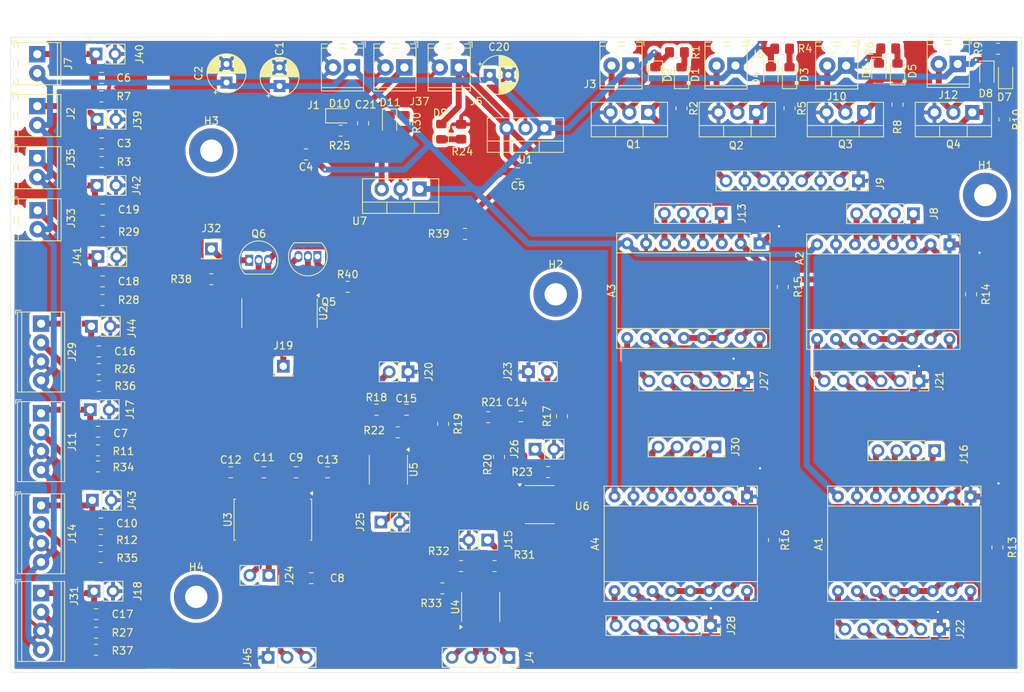
<source format=kicad_pcb>
(kicad_pcb (version 20240108) (generator "pcbnew") (generator_version "8.0")
  (layers (0 "F.Cu" power "Top") (31 "B.Cu" power "Bottom") (34 "B.Paste" user) (35 "F.Paste" user) (36 "B.SilkS" user "B.Silkscreen") (37 "F.SilkS" user "F.Silkscreen") (38 "B.Mask" user) (39 "F.Mask" user) (44 "Edge.Cuts" user))
  (net 0 "")
  (net 1 "Net-(A1-MS3)")
  (net 2 "Net-(A1-2A)")
  (net 3 "+5V")
  (net 4 "Net-(A1-MS2)")
  (net 5 "Net-(A1-2B)")
  (net 6 "Net-(A1-1B)")
  (net 7 "Net-(A1-STEP)")
  (net 8 "Net-(A1-DIR)")
  (net 9 "Net-(A1-~{ENABLE})")
  (net 10 "Net-(A1-1A)")
  (net 11 "Net-(A1-MS1)")
  (net 12 "Net-(A2-DIR)")
  (net 13 "Net-(A2-MS3)")
  (net 14 "Net-(A2-1A)")
  (net 15 "Net-(A2-2B)")
  (net 16 "Net-(A2-STEP)")
  (net 17 "Net-(A2-2A)")
  (net 18 "Net-(A2-1B)")
  (net 19 "Net-(A2-MS1)")
  (net 20 "Net-(A2-~{ENABLE})")
  (net 21 "Net-(A2-MS2)")
  (net 22 "Net-(A3-MS3)")
  (net 23 "Net-(A3-2B)")
  (net 24 "Net-(A3-STEP)")
  (net 25 "Net-(A3-DIR)")
  (net 26 "Net-(A3-1A)")
  (net 27 "Net-(A3-2A)")
  (net 28 "Net-(A3-~{ENABLE})")
  (net 29 "Net-(A3-1B)")
  (net 30 "Net-(A3-MS1)")
  (net 31 "Net-(A3-MS2)")
  (net 32 "Net-(A4-DIR)")
  (net 33 "Net-(A4-MS3)")
  (net 34 "Net-(A4-2A)")
  (net 35 "Net-(A4-STEP)")
  (net 36 "Net-(A4-~{ENABLE})")
  (net 37 "Net-(A4-MS1)")
  (net 38 "Net-(A4-1B)")
  (net 39 "Net-(A4-MS2)")
  (net 40 "Net-(A4-1A)")
  (net 41 "Net-(A4-2B)")
  (net 42 "Net-(D1-K)")
  (net 43 "+24V")
  (net 44 "Net-(D3-K)")
  (net 45 "Net-(D5-K)")
  (net 46 "Net-(D7-K)")
  (net 47 "Net-(D1-A)")
  (net 48 "GND")
  (net 49 "Net-(D3-A)")
  (net 50 "Net-(D5-A)")
  (net 51 "Net-(D7-A)")
  (net 52 "Net-(J11-Pin_1)")
  (net 53 "Net-(J14-Pin_1)")
  (net 54 "Net-(C14-Pad1)")
  (net 55 "Net-(U5A-+)")
  (net 56 "Net-(U5A--)")
  (net 57 "Net-(U6A-+)")
  (net 58 "Net-(U6A--)")
  (net 59 "Net-(J20-Pin_2)")
  (net 60 "Net-(J15-Pin_1)")
  (net 61 "Net-(D10-A)")
  (net 62 "Net-(D9-K)")
  (net 63 "Net-(D11-K)")
  (net 64 "Net-(U3-C1+)")
  (net 65 "Net-(U3-C1-)")
  (net 66 "Net-(U3-C2-)")
  (net 67 "Net-(U3-C2+)")
  (net 68 "Net-(U3-VS-)")
  (net 69 "Net-(U3-VS+)")
  (net 70 "+12V")
  (net 75 "Net-(J9-Pin_8)")
  (net 76 "Net-(J9-Pin_4)")
  (net 77 "Net-(J9-Pin_2)")
  (net 78 "Net-(J9-Pin_6)")
  (net 79 "Net-(J4-Pin_1)")
  (net 80 "Net-(J4-Pin_3)")
  (net 81 "Net-(J4-Pin_4)")
  (net 82 "Net-(J4-Pin_2)")
  (net 83 "Net-(J23-Pin_2)")
  (net 84 "Net-(J24-Pin_2)")
  (net 85 "Net-(J24-Pin_1)")
  (net 86 "Net-(J25-Pin_1)")
  (net 87 "Net-(J26-Pin_1)")
  (net 88 "Net-(J32-Pin_1)")
  (net 89 "Net-(U4-B)")
  (net 90 "Net-(J2-Pin_1)")
  (net 91 "Net-(J40-Pin_1)")
  (net 92 "Net-(J33-Pin_1)")
  (net 93 "Net-(J35-Pin_1)")
  (net 94 "Net-(J11-Pin_2)")
  (net 95 "Net-(J14-Pin_2)")
  (net 96 "Net-(J29-Pin_2)")
  (net 97 "Net-(J31-Pin_2)")
  (net 98 "Net-(J29-Pin_1)")
  (net 99 "Net-(J18-Pin_1)")
  (net 100 "Net-(J45-Pin_2)")
  (net 101 "Net-(J45-Pin_3)")
  (net 102 "Net-(J19-Pin_1)")
  (net 103 "Net-(Q5-B)")
  (net 104 "Net-(Q5-E)")
  (net 105 "Net-(Q5-C)")
  (net 106 "Net-(Q6-C)")
  (net 107 "Net-(Q6-B)")
  (footprint "Resistor_SMD:R_0805_2012Metric_Pad1.20x1.40mm_HandSolder" (layer "F.Cu") (at 103.342 61.51 -90)
    (property "Reference" "R30")
    (property "Value" "470")
  )
  (footprint "Capacitor_SMD:C_0805_2012Metric_Pad1.18x1.45mm_HandSolder" (layer "F.Cu") (at 93.004 108.454)
    (property "Reference" "C13")
    (property "Value" "1µF")
  )
  (footprint "Connector_PinSocket_2.54mm:PinSocket_1x02_P2.54mm_Vertical" (layer "F.Cu") (at 103.832 94.954 -90)
    (property "Reference" "J20")
    (property "Value" "Conn_01x02")
  )
  (footprint "Resistor_SMD:R_0805_2012Metric_Pad1.20x1.40mm_HandSolder" (layer "F.Cu") (at 168.29 51.528)
    (property "Reference" "R6")
    (property "Value" "130")
  )
  (footprint "Resistor_SMD:R_0805_2012Metric_Pad1.20x1.40mm_HandSolder" (layer "F.Cu") (at 152.942 117.544 90)
    (property "Reference" "R16")
    (property "Value" "5k")
  )
  (footprint "TerminalBlock_Phoenix:TerminalBlock_Phoenix_MPT-0,5-2-2.54_1x02_P2.54mm_Horizontal" (layer "F.Cu") (at 162.641 53.81 180)
    (property "Reference" "J10")
    (property "Value" "Screw_Terminal_01x02")
  )
  (footprint "Resistor_SMD:R_0805_2012Metric_Pad1.20x1.40mm_HandSolder" (layer "F.Cu") (at 154.036 51.556)
    (property "Reference" "R4")
    (property "Value" "130")
  )
  (footprint "LED_SMD:LED_0805_2012Metric_Pad1.15x1.40mm_HandSolder" (layer "F.Cu") (at 169.536 54.556 90)
    (property "Reference" "D5")
    (property "Value" "LED")
  )
  (footprint "MountingHole:MountingHole_3mm_Pad" (layer "F.Cu") (at 75.392 125.184)
    (property "Reference" "H4")
    (property "Value" "MountingHole")
  )
  (footprint "TerminalBlock_Phoenix:TerminalBlock_Phoenix_MPT-0,5-2-2.54_1x02_P2.54mm_Horizontal" (layer "F.Cu") (at 54.096 73.258 -90)
    (property "Reference" "J33")
    (property "Value" "Screw_Terminal_01x02")
  )
  (footprint "Connector_PinSocket_2.54mm:PinSocket_1x02_P2.54mm_Vertical" (layer "F.Cu") (at 61.168 100.038 90)
    (property "Reference" "J17")
    (property "Value" "Conn_01x02")
  )
  (footprint "Package_TO_SOT_THT:TO-92_Inline" (layer "F.Cu") (at 91.648 79.464 180)
    (property "Reference" "Q5")
    (property "Value" "2N3904")
  )
  (footprint "Package_TO_SOT_THT:TO-92_Inline" (layer "F.Cu") (at 82.504 79.972)
    (property "Reference" "Q6")
    (property "Value" "2N3904")
  )
  (footprint "Package_SO:SOIC-8-1EP_3.9x4.9mm_P1.27mm_EP2.29x3mm" (layer "F.Cu") (at 101.185 108.101 -90)
    (property "Reference" "U5")
    (property "Value" "LM358")
  )
  (footprint "Capacitor_THT:CP_Radial_D5.0mm_P2.50mm" (layer "F.Cu") (at 114.792 55.06)
    (property "Reference" "C20")
    (property "Value" "0.33µF")
  )
  (footprint "Package_TO_SOT_THT:TO-220-3_Vertical" (layer "F.Cu") (at 105.364 70.391 180)
    (property "Reference" "U7")
    (property "Value" "LM7812_TO220")
  )
  (footprint "Resistor_SMD:R_0805_2012Metric_Pad1.20x1.40mm_HandSolder" (layer "F.Cu") (at 111.476 76.416)
    (property "Reference" "R39")
    (property "Value" "100")
  )
  (footprint "Capacitor_SMD:C_0805_2012Metric_Pad1.18x1.45mm_HandSolder" (layer "F.Cu") (at 62.835 73.162)
    (property "Reference" "C19")
    (property "Value" "470n")
  )
  (footprint "Capacitor_SMD:C_0805_2012Metric_Pad1.18x1.45mm_HandSolder" (layer "F.Cu") (at 61.946 127.51)
    (property "Reference" "C17")
    (property "Value" "470n")
  )
  (footprint "Package_TO_SOT_THT:TO-220-3_Vertical" (layer "F.Cu") (at 150.576 60.111 180)
    (property "Reference" "Q2")
    (property "Value" "IRLZ44N")
  )
  (footprint "Module:Pololu_Breakout-16_15.2x20.3mm" (layer "F.Cu") (at 149.332 111.704 -90)
    (property "Reference" "A4")
    (property "Value" "Pololu_Breakout_A4988")
  )
  (footprint "Capacitor_SMD:C_0805_2012Metric_Pad1.18x1.45mm_HandSolder" (layer "F.Cu") (at 97.792 61.56 -90)
    (property "Reference" "C21")
    (property "Value" "0.1µ")
  )
  (footprint "Resistor_SMD:R_0805_2012Metric_Pad1.20x1.40mm_HandSolder" (layer "F.Cu") (at 62.311 96.863 180)
    (property "Reference" "R36")
    (property "Value" "1K")
  )
  (footprint "Connector_PinSocket_2.54mm:PinSocket_1x01_P2.54mm_Vertical" (layer "F.Cu") (at 77.424 78.448)
    (property "Reference" "J32")
    (property "Value" "Conn_01x01")
  )
  (footprint "Resistor_SMD:R_0805_2012Metric_Pad1.20x1.40mm_HandSolder" (layer "F.Cu") (at 95.728 83.528)
    (property "Reference" "R40")
    (property "Value" "499")
  )
  (footprint "Connector_PinSocket_2.54mm:PinSocket_1x08_P2.54mm_Vertical" (layer "F.Cu") (at 164.292 69.304 -90)
    (property "Reference" "J9")
    (property "Value" "Conn_01x08")
  )
  (footprint "Resistor_SMD:R_0805_2012Metric_Pad1.20x1.40mm_HandSolder" (layer "F.Cu") (at 94.792 62.56)
    (property "Reference" "R25")
    (property "Value" "2k")
  )
  (footprint "Capacitor_THT:CP_Radial_D5.0mm_P2.50mm" (layer "F.Cu") (at 79.456 56.096 90)
    (property "Reference" "C2")
    (property "Value" "470µ")
  )
  (footprint "Connector_PinSocket_2.54mm:PinSocket_1x02_P2.54mm_Vertical" (layer "F.Cu") (at 114.522 117.544 -90)
    (property "Reference" "J15")
    (property "Value" "Conn_01x02")
  )
  (footprint "Connector_PinSocket_2.54mm:PinSocket_1x03_P2.54mm_Vertical" (layer "F.Cu") (at 85.044 133.312 90)
    (property "Reference" "J45")
    (property "Value" "Conn_01x03")
  )
  (footprint "Resistor_SMD:R_0805_2012Metric_Pad1.20x1.40mm_HandSolder" (layer "F.Cu") (at 183.036 51.556)
    (property "Reference" "R9")
    (property "Value" "130")
  )
  (footprint "Package_TO_SOT_THT:TO-220-3_Vertical" (layer "F.Cu") (at 122.128 62.192 180)
    (property "Reference" "U1")
    (property "Value" "L7805")
  )
  (footprint "Connector_PinSocket_2.54mm:PinSocket_1x06_P2.54mm_Vertical" (layer "F.Cu") (at 175.189 129.527 -90)
    (property "Reference" "J22")
    (property "Value" "Conn_01x06")
  )
  (footprint "Connector_PinSocket_2.54mm:PinSocket_1x02_P2.54mm_Vertical" (layer "F.Cu") (at 62.077 69.914 90)
    (property "Reference" "J42")
    (property "Value" "Conn_01x02")
  )
  (footprint "Resistor_SMD:R_0805_2012Metric_Pad1.20x1.40mm_HandSolder" (layer "F.Cu") (at 154.132 83.544 90)
    (property "Reference" "R15")
    (property "Value" "5k")
  )
  (footprint "Connector_PinSocket_2.54mm:PinSocket_1x06_P2.54mm_Vertical" (layer "F.Cu") (at 172.402 96.184 -90)
    (property "Reference" "J21")
    (property "Value" "Conn_01x06")
  )
  (footprint "Capacitor_SMD:C_0805_2012Metric_Pad1.18x1.45mm_HandSolder" (layer "F.Cu") (at 103.6195 100.044 180)
    (property "Reference" "C15")
    (property "Value" "100nF")
  )
  (footprint "Resistor_SMD:R_0805_2012Metric_Pad1.20x1.40mm_HandSolder" (layer "F.Cu") (at 62.565 119.85 180)
    (property "Reference" "R35")
    (property "Value" "1K")
  )
  (footprint "Capacitor_SMD:C_0805_2012Metric_Pad1.18x1.45mm_HandSolder" (layer "F.Cu") (at 118.987 100.929)
    (property "Reference" "C14")
    (property "Value" "2.2µF")
  )
  (footprint "Diode_SMD:D_0805_2012Metric_Pad1.15x1.40mm_HandSolder" (layer "F.Cu") (at 181.536 55.056 -90)
    (property "Reference" "D8")
    (property "Value" "1N4001")
  )
  (footprint "LED_SMD:LED_0805_2012Metric_Pad1.15x1.40mm_HandSolder" (layer "F.Cu") (at 155.036 55.056 90)
    (property "Reference" "D3")
    (property "Value" "LED")
  )
  (footprint "TerminalBlock_Phoenix:TerminalBlock_Phoenix_MPT-0,5-2-2.54_1x02_P2.54mm_Horizontal" (layer "F.Cu") (at 54.056 66.258 -90)
    (property "Reference" "J35")
    (property "Value" "Screw_Terminal_01x02")
  )
  (footprint "TerminalBlock_Phoenix:TerminalBlock_Phoenix_MPT-0,5-2-2.54_1x02_P2.54mm_Horizontal" (layer "F.Cu") (at 54.056 59.258 -90)
    (property "Reference" "J2")
    (property "Value" "Screw_Terminal_01x02")
  )
  (footprint "Connector_PinSocket_2.54mm:PinSocket_1x02_P2.54mm_Vertical" (layer "F.Cu") (at 61.442 112.205 90)
    (property "Reference" "J43")
    (property "Value" "Conn_01x02")
  )
  (footprint "Resistor_SMD:R_0805_2012Metric_Pad1.20x1.40mm_HandSolder" (layer "F.Cu") (at 108.442 124.044)
    (property "Reference" "R33")
    (property "Value" "1k")
  )
  (footprint "Resistor_SMD:R_0805_2012Metric_Pad1.20x1.40mm_HandSolder" (layer "F.Cu") (at 110.942 121.044 180)
    (property "Reference" "R32")
    (property "Value" "1k")
  )
  (footprint "Resistor_SMD:R_0805_2012Metric_Pad1.20x1.40mm_HandSolder" (layer "F.Cu") (at 179.402 84.544 90)
    (property "Reference" "R14")
    (property "Value" "5k")
  )
  (footprint "LED_SMD:LED_0805_2012Metric_Pad1.15x1.40mm_HandSolder" (layer "F.Cu") (at 108.292 62.691 90)
    (property "Reference" "D9")
    (property "Value" "LED")
  )
  (footprint "TerminalBlock_Phoenix:TerminalBlock_Phoenix_MPT-0,5-2-2.54_1x02_P2.54mm_Horizontal" (layer "F.Cu") (at 133.685 53.81 180)
    (property "Reference" "J3")
    (property "Value" "Screw_Terminal_01x02")
  )
  (footprint "Resistor_SMD:R_0805_2012Metric_Pad1.20x1.40mm_HandSolder" (layer "F.Cu") (at 155.036 59.556 -90)
    (property "Reference" "R5")
    (property "Value" "10K")
  )
  (footprint "Module:Pololu_Breakout-16_15.2x20.3mm" (layer "F.Cu") (at 176.522 77.844 -90)
    (property "Reference" "A2")
    (property "Value" "Pololu_Breakout_A4988")
  )
  (footprint "Package_SO:SOIC-8-1EP_3.9x4.9mm_P1.27mm_EP2.29x3mm" (layer "F.Cu") (at 121.512 112.794)
    (property "Reference" "U6")
    (property "Value" "LM358")
  )
  (footprint "Connector_PinSocket_2.54mm:PinSocket_1x02_P2.54mm_Vertical" (layer "F.Cu") (at 61.95 52.261 90)
    (property "Reference" "J40")
    (property "Value" "Conn_01x02")
  )
  (footprint "Connector_PinSocket_2.54mm:PinSocket_1x02_P2.54mm_Vertical" (layer "F.Cu") (at 62.184 79.464 90)
    (property "Reference" "J41")
    (property "Value" "Conn_01x02")
  )
  (footprint "Diode_SMD:D_0805_2012Metric_Pad1.15x1.40mm_HandSolder" (layer "F.Cu") (at 167.036 54.556 -90)
    (property "Reference" "D6")
    (property "Value" "1N4001")
  )
  (footprint "Resistor_SMD:R_0805_2012Metric_Pad1.20x1.40mm_HandSolder" (layer "F.Cu") (at 77.424 82.512)
    (property "Reference" "R38")
    (property "Value" "330")
  )
  (footprint "Resistor_SMD:R_0805_2012Metric_Pad1.20x1.40mm_HandSolder" (layer "F.Cu") (at 61.914 132.296 180)
    (property "Reference" "R37")
    (property "Value" "1K")
  )
  (footprint "Capacitor_SMD:C_0805_2012Metric_Pad1.18x1.45mm_HandSolder" (layer "F.Cu") (at 88.7915 108.454 180)
    (property "Reference" "C9")
    (property "Value" "1µF")
  )
  (footprint "Resistor_SMD:R_0805_2012Metric_Pad1.20x1.40mm_HandSolder" (layer "F.Cu") (at 61.946 130.01 180)
    (property "Reference" "R27")
    (property "Value" "1K")
  )
  (footprint "TerminalBlock_Phoenix:TerminalBlock_Phoenix_MPT-0,5-2-2.54_1x02_P2.54mm_Horizontal" (layer "F.Cu") (at 103.332 54.064 180)
    (property "Reference" "J37")
    (property "Value" "~")
  )
  (footprint "LED_SMD:LED_0805_2012Metric_Pad1.15x1.40mm_HandSolder" (layer "F.Cu") (at 94.632 60.56)
    (property "Reference" "D10")
    (property "Value" "LED")
  )
  (footprint "Diode_SMD:D_0805_2012Metric_Pad1.15x1.40mm_HandSolder" (layer "F.Cu") (at 152.536 55.056 -90)
    (property "Reference" "D4")
    (property "Value" "1N4001")
  )
  (footprint "Capacitor_SMD:C_0805_2012Metric_Pad1.18x1.45mm_HandSolder" (layer "F.Cu") (at 90.124 65.748 180)
    (property "Reference" "C4")
    (property "Value" "100n")
  )
  (footprint "Connector_PinSocket_2.54mm:PinSocket_1x04_P2.54mm_Vertical" (layer "F.Cu") (at 145.862 73.684 -90)
    (property "Reference" "J13")
    (property "Value" "Conn_01x04")
  )
  (footprint "TerminalBlock_Phoenix:TerminalBlock_Phoenix_MPT-0,5-2-2.54_1x02_P2.54mm_Horizontal" (layer "F.Cu") (at 96.292 54.064 180)
    (property "Reference" "J1")
    (property "Value" "Screw_Terminal_01x02")
  )
  (footprint "Package_TO_SOT_THT:TO-220-3_Vertical" (layer "F.Cu") (at 165.076 60.111 180)
    (property "Reference" "Q3")
    (property "Value" "IRLZ44N")
  )
  (footprint "Connector_PinSocket_2.54mm:PinSocket_1x02_P2.54mm_Vertical" (layer "F.Cu") (at 62.077 61.024 90)
    (property "Reference" "J39")
    (property "Value" "Conn_01x02")
  )
  (footprint "Resistor_SMD:R_0805_2012Metric_Pad1.20x1.40mm_HandSolder" (layer "F.Cu") (at 183.876 61.056 -90)
    (property "Reference" "R10")
    (property "Value" "10K")
  )
  (footprint "Capacitor_THT:CP_Radial_D5.0mm_P2.50mm" (layer "F.Cu") (at 86.568 56.564 90)
    (property "Reference" "C1")
    (property "Value" "0.33µF")
  )
  (footprint "Connector_PinSocket_2.54mm:PinSocket_1x02_P2.54mm_Vertical" (layer "F.Cu") (at 119.987 94.929 90)
    (property "Reference" "J23")
    (property "Value" "Conn_01x02")
  )
  (footprint "Resistor_SMD:R_0805_2012Metric_Pad1.20x1.40mm_HandSolder" (layer "F.Cu") (at 99.582 100.044)
    (property "Reference" "R18")
    (property "Value" "5k")
  )
  (footprint "Connector_PinSocket_2.54mm:PinSocket_1x04_P2.54mm_Vertical" (layer "F.Cu") (at 171.662 73.709 -90)
    (property "Reference" "J8")
    (property "Value" "Conn_01x04")
  )
  (footprint "MountingHole:MountingHole_3mm_Pad" (layer "F.Cu") (at 181.31 71.209)
    (property "Reference" "H1")
    (property "Value" "MountingHole")
  )
  (footprint "Resistor_SMD:R_0805_2012Metric_Pad1.20x1.40mm_HandSolder" (layer "F.Cu") (at 115.442 121.044)
    (property "Reference" "R31")
    (property "Value" "120")
  )
  (footprint "Capacitor_SMD:C_0805_2012Metric_Pad1.18x1.45mm_HandSolder" (layer "F.Cu") (at 62.327 92.212)
    (property "Reference" "C16")
    (property "Value" "470n")
  )
  (footprint "Package_TO_SOT_THT:TO-220-3_Vertical" (layer "F.Cu") (at 179.576 60.111 180)
    (property "Reference" "Q4")
    (property "Value" "IRLZ44N")
  )
  (footprint "Capacitor_SMD:C_0805_2012Metric_Pad1.18x1.45mm_HandSolder" (layer "F.Cu") (at 80.0285 108.454)
    (property "Reference" "C12")
    (property "Value" "1µF")
  )
  (footprint "Package_SO:SOIC-16W_5.3x10.2mm_P1.27mm" (layer "F.Cu") (at 85.679 114.822 -90)
    (property "Reference" "U3")
    (property "Value" "MAX232")
  )
  (footprint "TerminalBlock_Phoenix:TerminalBlock_Phoenix_MPT-0,5-2-2.54_1x02_P2.54mm_Horizontal" (layer "F.Cu") (at 110.626 54.064 180)
    (property "Reference" "J5")
    (property "Value" "Arduino pwr supply")
  )
  (footprint "LED_SMD:LED_0805_2012Metric_Pad1.15x1.40mm_HandSolder" (layer "F.Cu") (at 184.036 55.056 90)
    (property "Reference" "D7")
    (property "Value" "LED")
  )
  (footprint "Connector_PinSocket_2.54mm:PinSocket_1x02_P2.54mm_Vertical" (layer "F.Cu") (at 120.878 105.347 90)
    (property "Reference" "J26")
    (property "Value" "Conn_01x02")
  )
  (footprint "Resistor_SMD:R_0805_2012Metric_Pad1.20x1.40mm_HandSolder" (layer "F.Cu") (at 62.2 105.499 180)
    (property "Reference" "R11")
    (property "Value" "1K")
  )
  (footprint "Resistor_SMD:R_0805_2012Metric_Pad1.20x1.40mm_HandSolder" (layer "F.Cu") (at 62.311 94.577 180)
    (property "Reference" "R26")
    (property "Value" "1K")
  )
  (footprint "MountingHole:MountingHole_3mm_Pad" (layer "F.Cu") (at 77.424 65.24)
    (property "Reference" "H3")
    (property "Value" "MountingHole")
  )
  (footprint "Capacitor_SMD:C_0805_2012Metric_Pad1.18x1.45mm_HandSolder" (layer "F.Cu") (at 84.4735 108.454 180)
    (property "Reference" "C11")
    (property "Value" "1µF")
  )
  (footprint "Capacitor_SMD:C_0805_2012Metric_Pad1.18x1.45mm_HandSolder" (layer "F.Cu") (at 62.692 64.264)
    (property "Reference" "C3")
    (property "Value" "470n")
  )
  (footprint "Connector_PinSocket_2.54mm:PinSocket_1x04_P2.54mm_Vertical" (layer "F.Cu") (at 174.522 105.544 -90)
    (property "Reference" "J16")
    (property "Value" "Conn_01x04")
  )
  (footprint "TerminalBlock_Phoenix:TerminalBlock_Phoenix_MPT-0,5-2-2.54_1x02_P2.54mm_Horizontal" (layer "F.Cu") (at 54.056 52.286 -90)
    (property "Reference" "J7")
    (property "Value" "Screw_Terminal_01x02")
  )
  (footprint "Resistor_SMD:R_0805_2012Metric_Pad1.20x1.40mm_HandSolder" (layer "F.Cu") (at 62.819 85.306 180)
    (property "Reference" "R28")
    (property "Value" "1k")
  )
  (footprint "Resistor_SMD:R_0805_2012Metric_Pad1.20x1.40mm_HandSolder" (layer "F.Cu") (at 124.487 100.929 -90)
    (property "Reference" "R17")
    (property "Value" "200")
  )
  (footprint "Capacitor_SMD:C_0805_2012Metric_Pad1.18x1.45mm_HandSolder" (layer "F.Cu") (at 62.692 55.461)
    (property "Reference" "C6")
    (property "Value" "470n")
  )
  (footprint "LED_SMD:LED_0805_2012Metric_Pad1.15x1.40mm_HandSolder" (layer "F.Cu") (at 140.536 55.056 90)
    (property "Reference" "D1")
    (property "Value" "LED")
  )
  (footprint "Resistor_SMD:R_0805_2012Metric_Pad1.20x1.40mm_HandSolder" (layer "F.Cu") (at 62.692 66.764 180)
    (property "Reference" "R3")
    (property "Value" "1k")
  )
  (footprint "LED_SMD:LED_0805_2012Metric_Pad1.15x1.40mm_HandSolder" (layer "F.Cu") (at 101.342 61.51 -90)
    (property "Reference" "D11")
    (property "Value" "LED")
  )
  (footprint "Resistor_SMD:R_0805_2012Metric_Pad1.20x1.40mm_HandSolder" (layer "F.Cu") (at 62.6545 57.961 180)
    (property "Reference" "R7")
    (property "Value" "1k")
  )
  (footprint "TerminalBlock_Phoenix:TerminalBlock_Phoenix_MPT-0,5-4-2.54_1x04_P2.54mm_Horizontal" (layer "F.Cu") (at 54.564 112.901 -90)
    (property "Reference" "J14")
    (property "Value" "Screw_Terminal_01x04")
  )
  (footprint "Diode_SMD:D_0805_2012Metric_Pad1.15x1.40mm_HandSolder" (layer "F.Cu") (at 137.036 55.056 -90)
    (property "Reference" "D2")
    (property "Value" "1N4001")
  )
  (footprint "Resistor_SMD:R_0805_2012Metric_Pad1.20x1.40mm_HandSolder" (layer "F.Cu") (at 62.835 76.162 180)
    (property "Reference" "R29")
    (property "Value" "1k")
  )
  (footprint "Resistor_SMD:R_0805_2012Metric_Pad1.20x1.40mm_HandSolder" (layer "F.Cu") (at 62.581 117.564 180)
    (property "Reference" "R12")
    (property "Value" "1K")
  )
  (footprint "Resistor_SMD:R_0805_2012Metric_Pad1.20x1.40mm_HandSolder" (layer "F.Cu") (at 108.539 101.943 90)
    (property "Reference" "R19")
    (property "Value" "5k")
  )
  (footprint "Connector_PinSocket_2.54mm:PinSocket_1x04_P2.54mm_Vertical" (layer "F.Cu") (at 145.022 105.044 -90)
    (property "Reference" "J30")
    (property "Value" "Conn_01x04")
  )
  (footprint "Resistor_SMD:R_0805_2012Metric_Pad1.20x1.40mm_HandSolder" (layer "F.Cu") (at 110.952 62.7 90)
    (property "Reference" "R24")
    (property "Value" "470")
  )
  (footprint "Module:Pololu_Breakout-16_15.2x20.3mm" (layer "F.Cu") (at 179.332 111.704 -90)
    (property "Reference" "A1")
    (property "Value" "Pololu_Breakout_A4988")
  )
  (footprint "Resistor_SMD:R_0805_2012Metric_Pad1.20x1.40mm_HandSolder" (layer "F.Cu") (at 140.536 59.556 -90)
    (property "Reference" "R2")
    (property "Value" "10K")
  )
  (footprint "Resistor_SMD:R_0805_2012Metric_Pad1.20x1.40mm_HandSolder" (layer "F.Cu") (at 114.582 101.044)
    (property "Reference" "R21")
    (property "Value" "5k")
  )
  (footprint "Package_SO:SOIC-8_3.9x4.9mm_P1.27mm" (layer "F.Cu") (at 113.577 126.544 90)
    (property "Reference" "U4")
    (property "Value" "MAX1487E")
  )
  (footprint "Module:Pololu_Breakout-16_15.2x20.3mm" (layer "F.Cu") (at 151.022 77.704 -90)
    (property "Reference" "A3")
    (property "Value" "Pololu_Breakout_A4988")
  )
  (footprint "Capacitor_SMD:C_0805_2012Metric_Pad1.18x1.45mm_HandSolder" (layer "F.Cu") (at 62.581 115.318)
    (property "Reference" "C10")
    (property "Value" "470n")
  )
  (footprint "Connector_PinSocket_2.54mm:PinSocket_1x01_P2.54mm_Vertical" (layer "F.Cu") (at 87.076 94.196)
    (property "Reference" "J19")
    (property "Value" "Conn_01x01")
  )
  (footprint "Resistor_SMD:R_0805_2012Metric_Pad1.20x1.40mm_HandSolder" (layer "F.Cu") (at 122.636 108.42)
    (property "Reference" "R23")
    (property "Value" "5k")
  )
  (footprint "Capacitor_SMD:C_0805_2012Metric_Pad1.18x1.45mm_HandSolder" (layer "F.Cu") (at 62.819 82.806)
    (property "Reference" "C18")
    (property "Value" "470n")
  )
  (footprint "Capacitor_SMD:C_0805_2012Metric_Pad1.18x1.45mm_HandSolder" (layer "F.Cu") (at 118.572 68.288 180)
    (property "Reference" "C5")
    (property "Value" "0.1µ")
  )
  (footprint "Resistor_SMD:R_0805_2012Metric_Pad1.20x1.40mm_HandSolder" (layer "F.Cu") (at 169.536 59.056 -90)
    (property "Reference" "R8")
    (property "Value" "10K")
  )
  (footprint "Connector_PinSocket_2.54mm:PinSocket_1x02_P2.54mm_Vertical" (layer "F.Cu") (at 61.676 124.422 90)
    (property "Reference" "J18")
    (property "Value" "Conn_01x02")
  )
  (footprint "Package_TO_SOT_THT:TO-220-3_Vertical" (layer "F.Cu") (at 136.076 60.111 180)
    (property "Reference" "Q1")
    (property "Value" "IRLZ44N")
  )
  (footprint "Resistor_SMD:R_0805_2012Metric_Pad1.20x1.40mm_HandSolder" (layer "F.Cu") (at 102.443 103.086)
    (property "Reference" "R22")
    (property "Value" "5k")
  )
  (footprint "Connector_PinSocket_2.54mm:PinSocket_1x06_P2.54mm_Vertical" (layer "F.Cu") (at 144.442 129.044 -90)
    (property "Reference" "J28")
    (property "Value" "Conn_01x06")
  )
  (footprint "TerminalBlock_Phoenix:TerminalBlock_Phoenix_MPT-0,5-4-2.54_1x04_P2.54mm_Horizontal" (layer "F.Cu") (at 54.564 124.676 -90)
    (property "Reference" "J31")
    (property "Value" "Screw_Terminal_01x04")
  )
  (footprint "Package_SO:SOIC-14-16_3.9x9.9mm_P1.27mm" (layer "F.Cu") (at 86.568 87.084 -90)
    (property "Reference" "U2")
    (property "Value" "LM324")
  )
  (footprint "Connector_PinSocket_2.54mm:PinSocket_1x02_P2.54mm_Vertical" (layer "F.Cu") (at 100.177 115.126 90)
    (property "Reference" "J25")
    (property "Value" "Conn_01x02")
  )
  (footprint "Connector_PinSocket_2.54mm:PinSocket_1x02_P2.54mm_Vertical" (layer "F.Cu") (at 61.315 88.837 90)
    (property "Reference" "J44")
    (property "Value" "Conn_01x02")
  )
  (footprint "MountingHole:MountingHole_3mm_Pad" (layer "F.Cu") (at 123.652 84.544)
    (property "Reference" "H2")
    (property "Value" "MountingHole")
  )
  (footprint "Resistor_SMD:R_0805_2012Metric_Pad1.20x1.40mm_HandSolder" (layer "F.Cu") (at 139.924 52.032)
    (property "Reference" "R1")
    (property "Value" "130")
  )
  (footprint "Resistor_SMD:R_0805_2012Metric_Pad1.20x1.40mm_HandSolder" (layer "F.Cu") (at 182.942 118.544 90)
    (property "Reference" "R13")
    (property "Value" "5k")
  )
  (footprint "TerminalBlock_Phoenix:TerminalBlock_Phoenix_MPT-0,5-2-2.54_1x02_P2.54mm_Horizontal" (layer "F.Cu") (at 147.782 53.81 180)
    (property "Reference" "J6")
    (property "Value" "Screw_Terminal_01x02")
  )
  (footprint "Connector_PinSocket_2.54mm:PinSocket_1x06_P2.54mm_Vertical" (layer "F.Cu") (at 148.862 96.184 -90)
    (property "Reference" "J27")
    (property "Value" "Conn_01x06")
  )
  (footprint "Resistor_SMD:R_0805_2012Metric_Pad1.20x1.40mm_HandSolder" (layer "F.Cu") (at 116.032 106.388 -90)
    (property "Reference" "R20")
    (property "Value" "5k")
  )
  (footprint "Resistor_SMD:R_0805_2012Metric_Pad1.20x1.40mm_HandSolder" (layer "F.Cu") (at 62.184 107.658 180)
    (property "Reference" "R34")
    (property "Value" "1K")
  )
  (footprint "Connector_PinSocket_2.54mm:PinSocket_1x04_P2.54mm_Vertical" (layer "F.Cu") (at 117.362 133.312 -90)
    (property "Reference" "J4")
    (property "Value" "Conn_01x04")
  )
  (footprint "TerminalBlock_Phoenix:TerminalBlock_Phoenix_MPT-0,5-2-2.54_1x02_P2.54mm_Horizontal" (layer "F.Cu") (at 177.616 53.596 180)
    (property "Reference" "J12")
    (property "Value" "Screw_Terminal_01x02")
  )
  (footprint "TerminalBlock_Phoenix:TerminalBlock_Phoenix_MPT-0,5-4-2.54_1x04_P2.54mm_Horizontal" (layer "F.Cu") (at 54.564 100.521 -90)
    (property "Reference" "J11")
    (property "Value" "Screw_Terminal_01x04")
  )
  (footprint "Connector_PinSocket_2.54mm:PinSocket_1x02_P2.54mm_Vertical" (layer "F.Cu") (at 85.13 122.297 -90)
    (property "Reference" "J24")
    (property "Value" "Conn_01x02")
  )
  (footprint "Capacitor_SMD:C_0805_2012Metric_Pad1.18x1.45mm_HandSolder" (layer "F.Cu") (at 90.8235 122.678 180)
    (property "Reference" "C8")
    (property "Value" "1µF")
  )
  (footprint "TerminalBlock_Phoenix:TerminalBlock_Phoenix_MPT-0,5-4-2.54_1x04_P2.54mm_Horizontal" (layer "F.Cu") (at 54.564 88.481 -90)
    (property "Reference" "J29")
    (property "Value" "Screw_Terminal_01x04")
  )
  (footprint "Capacitor_SMD:C_0805_2012Metric_Pad1.18x1.45mm_HandSolder" (layer "F.Cu") (at 62.2 102.999)
    (property "Reference" "C7")
    (property "Value" "470n")
  )
  (gr_rect (start 50.5 50) (end 186.136 135.344) (stroke (width 0.05)) (fill none) (layer "Edge.Cuts"))
  (segment (start 179.112 119.544) (end 182.942 119.544) (width 0.8) (layer "F.Cu") (net 1))
  (segment (start 174.252 124.404) (end 179.112 119.544) (width 0.8) (layer "F.Cu") (net 1))
  (segment (start 169.172 124.404) (end 171.712 124.404) (width 0.8) (layer "F.Cu") (net 1))
  (segment (start 171.712 124.404) (end 174.252 124.404) (width 0.8) (layer "F.Cu") (net 1))
  (segment (start 169.172 111.704) (end 169.172 105.814) (width 0.8) (layer "F.Cu") (net 2))
  (segment (start 169.172 105.814) (end 169.442 105.544) (width 0.8) (layer "F.Cu") (net 2))
  (segment (start 182.942 117.544) (end 182.632 117.544) (width 0.8) (layer "F.Cu") (net 3))
  (segment (start 94.0415 114.1545) (end 90.124 118.072) (width 0.8) (layer "F.Cu") (net 3))
  (segment (start 175.392 113.104) (end 148.192 113.104) (width 0.8) (layer "F.Cu") (net 3))
  (segment (start 148.192 113.104) (end 146.792 111.704) (width 0.8) (layer "F.Cu") (net 3))
  (segment (start 148.482 77.704) (end 153.322 82.544) (width 0.8) (layer "F.Cu") (net 3))
  (segment (start 110.626 54.064) (end 117.048 60.486) (width 0.8) (layer "F.Cu") (net 3))
  (segment (start 75.974 82.062) (end 76.424 82.512) (width 0.8) (layer "F.Cu") (net 3))
  (segment (start 147.312 72.234) (end 148.482 73.404) (width 0.8) (layer "F.Cu") (net 3))
  (segment (start 117.048 60.486) (end 117.048 62.192) (width 0.8) (layer "F.Cu") (net 3))
  (segment (start 76.556 76.416) (end 75.974 76.998) (width 0.8) (layer "F.Cu") (net 3))
  (segment (start 148.482 73.404) (end 148.482 77.704) (width 0.8) (layer "F.Cu") (net 3))
  (segment (start 110.476 76.416) (end 110.476 75.716) (width 0.8) (layer "F.Cu") (net 3))
  (segment (start 94.0415 108.454) (end 94.0415 114.1545) (width 0.8) (layer "F.Cu") (net 3))
  (segment (start 154.132 82.544) (end 169.282 82.544) (width 0.8) (layer "F.Cu") (net 3))
  (segment (start 173.982 77.844) (end 173.982 78.124) (width 0.8) (layer "F.Cu") (net 3))
  (segment (start 90.124 120.941) (end 91.861 122.678) (width 0.8) (layer "F.Cu") (net 3))
  (segment (start 110.626 54.064) (end 110.626 59.332) (width 0.8) (layer "F.Cu") (net 3))
  (segment (start 90.124 118.072) (end 90.124 120.941) (width 0.8) (layer "F.Cu") (net 3))
  (segment (start 110.626 54.064) (end 110.626 55.473067) (width 0.8) (layer "F.Cu") (net 3))
  (segment (start 110.476 75.716) (end 116.579 69.613) (width 0.8) (layer "F.Cu") (net 3))
  (segment (start 176.792 111.704) (end 175.392 113.104) (width 0.8) (layer "F.Cu") (net 3))
  (segment (start 127.386933 72.234) (end 147.312 72.234) (width 0.8) (layer "F.Cu") (net 3))
  (segment (start 180.702 84.83499) (end 180.702 107.794) (width 0.8) (layer "F.Cu") (net 3))
  (segment (start 107.442 123.544) (end 109.942 121.044) (width 0.8) (layer "F.Cu") (net 3))
  (segment (start 94.0415 104.0615) (end 94.0415 108.454) (width 0.8) (layer "F.Cu") (net 3))
  (segment (start 118.2845 69.613) (end 119.6095 68.288) (width 0.8) (layer "F.Cu") (net 3))
  (segment (start 151.632 116.544) (end 146.792 111.704) (width 0.8) (layer "F.Cu") (net 3))
  (segment (start 110.476 76.416) (end 76.556 76.416) (width 0.8) (layer "F.Cu") (net 3))
  (segment (start 107.442 124.044) (end 107.442 123.544) (width 0.8) (layer "F.Cu") (net 3))
  (segment (start 152.942 116.544) (end 151.632 116.544) (width 0.8) (layer "F.Cu") (net 3))
  (segment (start 106.076 122.678) (end 107.442 124.044) (width 0.8) (layer "F.Cu") (net 3))
  (segment (start 179.41101 83.544) (end 180.702 84.83499) (width 0.8) (layer "F.Cu") (net 3))
  (segment (start 109.942 122.339) (end 111.672 124.069) (width 0.8) (layer "F.Cu") (net 3))
  (segment (start 116.579 69.613) (end 118.2845 69.613) (width 0.8) (layer "F.Cu") (net 3))
  (segment (start 179.402 83.544) (end 179.41101 83.544) (width 0.8) (layer "F.Cu") (net 3))
  (segment (start 75.974 76.998) (end 75.974 82.062) (width 0.8) (layer "F.Cu") (net 3))
  (segment (start 76.424 86.444) (end 94.0415 104.0615) (width 0.8) (layer "F.Cu") (net 3))
  (segment (start 110.626 59.332) (end 108.292 61.666) (width 0.8) (layer "F.Cu") (net 3))
  (segment (start 173.982 78.124) (end 179.402 83.544) (width 0.8) (layer "F.Cu") (net 3))
  (segment (start 182.632 117.544) (end 176.792 111.704) (width 0.8) (layer "F.Cu") (net 3))
  (segment (start 117.048 65.7265) (end 119.6095 68.288) (width 0.8) (layer "F.Cu") (net 3))
  (segment (start 91.861 122.678) (end 106.076 122.678) (width 0.8) (layer "F.Cu") (net 3))
  (segment (start 169.282 82.544) (end 173.982 77.844) (width 0.8) (layer "F.Cu") (net 3))
  (segment (start 109.942 121.044) (end 109.942 122.339) (width 0.8) (layer "F.Cu") (net 3))
  (segment (start 180.702 107.794) (end 176.792 111.704) (width 0.8) (layer "F.Cu") (net 3))
  (segment (start 153.322 82.544) (end 154.132 82.544) (width 0.8) (layer "F.Cu") (net 3))
  (segment (start 117.048 62.192) (end 117.048 65.7265) (width 0.8) (layer "F.Cu") (net 3))
  (segment (start 110.626 55.473067) (end 127.386933 72.234) (width 0.8) (layer "F.Cu") (net 3))
  (segment (start 76.424 82.512) (end 76.424 86.444) (width 0.8) (layer "F.Cu") (net 3))
  (segment (start 166.632 124.404) (end 168.032 125.804) (width 0.8) (layer "F.Cu") (net 4))
  (segment (start 168.032 125.804) (end 168.926 125.804) (width 0.8) (layer "F.Cu") (net 4))
  (segment (start 168.926 125.804) (end 172.649 129.527) (width 0.8) (layer "F.Cu") (net 4))
  (segment (start 166.632 111.704) (end 166.632 105.814) (width 0.8) (layer "F.Cu") (net 5))
  (segment (start 166.632 105.814) (end 166.902 105.544) (width 0.8) (layer "F.Cu") (net 5))
  (segment (start 174.252 105.814) (end 174.522 105.544) (width 0.8) (layer "F.Cu") (net 6))
  (segment (start 174.252 111.704) (end 174.252 105.814) (width 0.8) (layer "F.Cu") (net 6))
  (segment (start 177.053214 131.977) (end 167.479 131.977) (width 0.8) (layer "F.Cu") (net 7))
  (segment (start 176.792 124.404) (end 178.192 123.004) (width 0.8) (layer "F.Cu") (net 7))
  (segment (start 179.911899 123.004) (end 180.732 123.824101) (width 0.8) (layer "F.Cu") (net 7))
  (segment (start 178.192 123.004) (end 179.911899 123.004) (width 0.8) (layer "F.Cu") (net 7))
  (segment (start 180.732 123.824101) (end 180.732 128.298214) (width 0.8) (layer "F.Cu") (net 7))
  (segment (start 167.479 131.977) (end 165.029 129.527) (width 0.8) (layer "F.Cu") (net 7))
  (segment (start 180.732 128.298214) (end 177.053214 131.977) (width 0.8) (layer "F.Cu") (net 7))
  (segment (start 169.019 130.977) (end 167.569 129.527) (width 0.8) (layer "F.Cu") (net 8))
  (segment (start 179.332 128.284) (end 176.639 130.977) (width 0.8) (layer "F.Cu") (net 8))
  (segment (start 176.639 130.977) (end 169.019 130.977) (width 0.8) (layer "F.Cu") (net 8))
  (segment (start 179.332 124.404) (end 179.332 128.284) (width 0.8) (layer "F.Cu") (net 8))
  (segment (start 161.552 128.59) (end 162.489 129.527) (width 0.8) (layer "F.Cu") (net 9))
  (segment (start 161.552 124.404) (end 161.552 128.59) (width 0.8) (layer "F.Cu") (net 9))
  (segment (start 171.712 111.704) (end 171.712 105.814) (width 0.8) (layer "F.Cu") (net 10))
  (segment (start 171.712 105.814) (end 171.982 105.544) (width 0.8) (layer "F.Cu") (net 10))
  (segment (start 165.492 125.804) (end 166.386 125.804) (width 0.8) (layer "F.Cu") (net 11))
  (segment (start 166.386 125.804) (end 170.109 129.527) (width 0.8) (layer "F.Cu") (net 11))
  (segment (start 164.092 124.404) (end 165.492 125.804) (width 0.8) (layer "F.Cu") (net 11))
  (segment (start 173.852 97.634) (end 166.232 97.634) (width 0.8) (layer "F.Cu") (net 12))
  (segment (start 176.522 94.964) (end 173.852 97.634) (width 0.8) (layer "F.Cu") (net 12))
  (segment (start 176.522 90.544) (end 176.522 94.964) (width 0.8) (layer "F.Cu") (net 12))
  (segment (start 166.232 97.634) (end 164.782 96.184) (width 0.8) (layer "F.Cu") (net 12))
  (segment (start 168.902 90.544) (end 171.442 90.544) (width 0.8) (layer "F.Cu") (net 13))
  (segment (start 176.442 85.544) (end 179.402 85.544) (width 0.8) (layer "F.Cu") (net 13))
  (segment (start 171.442 90.544) (end 176.442 85.544) (width 0.8) (layer "F.Cu") (net 13))
  (segment (start 166.362 90.544) (end 168.902 90.544) (width 0.8) (layer "F.Cu") (net 13))
  (segment (start 168.902 73.929) (end 169.122 73.709) (width 0.8) (layer "F.Cu") (net 14))
  (segment (start 169.122 73.709) (end 169.122 77.624) (width 0.8) (layer "F.Cu") (net 14))
  (segment (start 169.122 77.624) (end 168.902 77.844) (width 0.8) (layer "F.Cu") (net 14))
  (segment (start 164.042 77.624) (end 163.822 77.844) (width 0.8) (layer "F.Cu") (net 15))
  (segment (start 163.822 73.929) (end 164.042 73.709) (width 0.8) (layer "F.Cu") (net 15))
  (segment (start 164.042 73.709) (end 164.042 77.624) (width 0.8) (layer "F.Cu") (net 15))
  (segment (start 173.982 90.544) (end 175.382 89.144) (width 0.8) (layer "F.Cu") (net 16))
  (segment (start 174.259214 98.641) (end 164.699 98.641) (width 0.8) (layer "F.Cu") (net 16))
  (segment (start 175.382 89.144) (end 177.101899 89.144) (width 0.8) (layer "F.Cu") (net 16))
  (segment (start 177.922 89.964101) (end 177.922 94.978214) (width 0.8) (layer "F.Cu") (net 16))
  (segment (start 164.699 98.641) (end 162.242 96.184) (width 0.8) (layer "F.Cu") (net 16))
  (segment (start 177.922 94.978214) (end 174.259214 98.641) (width 0.8) (layer "F.Cu") (net 16))
  (segment (start 177.101899 89.144) (end 177.922 89.964101) (width 0.8) (layer "F.Cu") (net 16))
  (segment (start 166.362 73.929) (end 166.582 73.709) (width 0.8) (layer "F.Cu") (net 17))
  (segment (start 166.582 77.624) (end 166.362 77.844) (width 0.8) (layer "F.Cu") (net 17))
  (segment (start 166.582 73.709) (end 166.582 77.624) (width 0.8) (layer "F.Cu") (net 17))
  (segment (start 171.662 77.624) (end 171.442 77.844) (width 0.8) (layer "F.Cu") (net 18))
  (segment (start 171.442 73.929) (end 171.662 73.709) (width 0.8) (layer "F.Cu") (net 18))
  (segment (start 171.662 73.709) (end 171.662 77.624) (width 0.8) (layer "F.Cu") (net 18))
  (segment (start 161.282 90.544) (end 166.922 96.184) (width 0.8) (layer "F.Cu") (net 19))
  (segment (start 166.922 96.184) (end 167.322 96.184) (width 0.8) (layer "F.Cu") (net 19))
  (segment (start 158.742 90.544) (end 158.742 95.224) (width 0.8) (layer "F.Cu") (net 20))
  (segment (start 158.742 95.224) (end 159.702 96.184) (width 0.8) (layer "F.Cu") (net 20))
  (segment (start 169.462 96.184) (end 169.862 96.184) (width 0.8) (layer "F.Cu") (net 21))
  (segment (start 163.822 90.544) (end 169.462 96.184) (width 0.8) (layer "F.Cu") (net 21))
  (segment (start 145.942 90.404) (end 151.802 84.544) (width 0.8) (layer "F.Cu") (net 22))
  (segment (start 143.402 90.404) (end 145.942 90.404) (width 0.8) (layer "F.Cu") (net 22))
  (segment (start 143.402 90.404) (end 140.862 90.404) (width 0.8) (layer "F.Cu") (net 22))
  (segment (start 151.802 84.544) (end 154.132 84.544) (width 0.8) (layer "F.Cu") (net 22))
  (segment (start 138.322 73.764) (end 138.242 73.684) (width 0.8) (layer "F.Cu") (net 23))
  (segment (start 138.242 73.684) (end 138.242 77.624) (width 0.8) (layer "F.Cu") (net 23))
  (segment (start 138.242 77.624) (end 138.322 77.704) (width 0.8) (layer "F.Cu") (net 23))
  (segment (start 150.726214 98.634) (end 141.152 98.634) (width 0.8) (layer "F.Cu") (net 24))
  (segment (start 151.601899 89.004) (end 152.422 89.824101) (width 0.8) (layer "F.Cu") (net 24))
  (segment (start 149.882 89.004) (end 151.601899 89.004) (width 0.8) (layer "F.Cu") (net 24))
  (segment (start 141.152 98.634) (end 138.702 96.184) (width 0.8) (layer "F.Cu") (net 24))
  (segment (start 152.422 89.824101) (end 152.422 96.938214) (width 0.8) (layer "F.Cu") (net 24))
  (segment (start 152.422 96.938214) (end 150.726214 98.634) (width 0.8) (layer "F.Cu") (net 24))
  (segment (start 148.482 90.404) (end 149.882 89.004) (width 0.8) (layer "F.Cu") (net 24))
  (segment (start 151.022 96.924) (end 150.312 97.634) (width 0.8) (layer "F.Cu") (net 25))
  (segment (start 150.312 97.634) (end 142.692 97.634) (width 0.8) (layer "F.Cu") (net 25))
  (segment (start 151.022 90.404) (end 151.022 96.924) (width 0.8) (layer "F.Cu") (net 25))
  (segment (start 142.692 97.634) (end 141.242 96.184) (width 0.8) (layer "F.Cu") (net 25))
  (segment (start 143.402 73.764) (end 143.322 73.684) (width 0.8) (layer "F.Cu") (net 26))
  (segment (start 143.322 77.624) (end 143.402 77.704) (width 0.8) (layer "F.Cu") (net 26))
  (segment (start 143.322 73.684) (end 143.322 77.624) (width 0.8) (layer "F.Cu") (net 26))
  (segment (start 140.782 73.684) (end 140.782 77.624) (width 0.8) (layer "F.Cu") (net 27))
  (segment (start 140.862 73.764) (end 140.782 73.684) (width 0.8) (layer "F.Cu") (net 27))
  (segment (start 140.782 77.624) (end 140.862 77.704) (width 0.8) (layer "F.Cu") (net 27))
  (segment (start 133.242 93.264) (end 136.162 96.184) (width 0.8) (layer "F.Cu") (net 28))
  (segment (start 133.242 90.404) (end 133.242 93.264) (width 0.8) (layer "F.Cu") (net 28))
  (segment (start 145.862 77.624) (end 145.942 77.704) (width 0.8) (layer "F.Cu") (net 29))
  (segment (start 145.862 73.684) (end 145.862 77.624) (width 0.8) (layer "F.Cu") (net 29))
  (segment (start 145.942 73.764) (end 145.862 73.684) (width 0.8) (layer "F.Cu") (net 29))
  (segment (start 135.782 90.404) (end 140.112 94.734) (width 0.8) (layer "F.Cu") (net 30))
  (segment (start 142.332 94.734) (end 143.782 96.184) (width 0.8) (layer "F.Cu") (net 30))
  (segment (start 140.112 94.734) (end 142.332 94.734) (width 0.8) (layer "F.Cu") (net 30))
  (segment (start 139.722 91.804) (end 141.942 91.804) (width 0.8) (layer "F.Cu") (net 31))
  (segment (start 138.322 90.404) (end 139.722 91.804) (width 0.8) (layer "F.Cu") (net 31))
  (segment (start 141.942 91.804) (end 146.322 96.184) (width 0.8) (layer "F.Cu") (net 31))
  (segment (start 149.332 127.054) (end 145.892 130.494) (width 0.8) (layer "F.Cu") (net 32))
  (segment (start 149.332 124.404) (end 149.332 127.054) (width 0.8) (layer "F.Cu") (net 32))
  (segment (start 138.272 130.494) (end 136.822 129.044) (width 0.8) (layer "F.Cu") (net 32))
  (segment (start 145.892 130.494) (end 138.272 130.494) (width 0.8) (layer "F.Cu") (net 32))
  (segment (start 141.712 124.404) (end 144.252 124.404) (width 0.8) (layer "F.Cu") (net 33))
  (segment (start 150.112 118.544) (end 152.942 118.544) (width 0.8) (layer "F.Cu") (net 33))
  (segment (start 139.172 124.404) (end 141.712 124.404) (width 0.8) (layer "F.Cu") (net 33))
  (segment (start 144.252 124.404) (end 150.112 118.544) (width 0.8) (layer "F.Cu") (net 33))
  (segment (start 139.172 111.704) (end 139.172 105.814) (width 0.8) (layer "F.Cu") (net 34))
  (segment (start 139.172 105.814) (end 139.942 105.044) (width 0.8) (layer "F.Cu") (net 34))
  (segment (start 148.192 123.004) (end 149.911899 123.004) (width 0.8) (layer "F.Cu") (net 35))
  (segment (start 136.732001 131.494001) (end 134.282 129.044) (width 0.8) (layer "F.Cu") (net 35))
  (segment (start 146.792 124.404) (end 148.192 123.004) (width 0.8) (layer "F.Cu") (net 35))
  (segment (start 150.732 123.824101) (end 150.732 127.068214) (width 0.8) (layer "F.Cu") (net 35))
  (segment (start 149.911899 123.004) (end 150.732 123.824101) (width 0.8) (layer "F.Cu") (net 35))
  (segment (start 150.732 127.068214) (end 146.306213 131.494001) (width 0.8) (layer "F.Cu") (net 35))
  (segment (start 146.306213 131.494001) (end 136.732001 131.494001) (width 0.8) (layer "F.Cu") (net 35))
  (segment (start 131.552 124.404) (end 131.552 128.854) (width 0.8) (layer "F.Cu") (net 36))
  (segment (start 131.552 128.854) (end 131.742 129.044) (width 0.8) (layer "F.Cu") (net 36))
  (segment (start 134.092 124.404) (end 135.492 125.804) (width 0.8) (layer "F.Cu") (net 37))
  (segment (start 135.492 125.804) (end 136.122 125.804) (width 0.8) (layer "F.Cu") (net 37))
  (segment (start 136.122 125.804) (end 139.362 129.044) (width 0.8) (layer "F.Cu") (net 37))
  (segment (start 144.252 111.704) (end 144.252 105.814) (width 0.8) (layer "F.Cu") (net 38))
  (segment (start 144.252 105.814) (end 145.022 105.044) (width 0.8) (layer "F.Cu") (net 38))
  (segment (start 136.632 124.404) (end 138.032 125.804) (width 0.8) (layer "F.Cu") (net 39))
  (segment (start 138.662 125.804) (end 141.902 129.044) (width 0.8) (layer "F.Cu") (net 39))
  (segment (start 138.032 125.804) (end 138.662 125.804) (width 0.8) (layer "F.Cu") (net 39))
  (segment (start 141.712 111.704) (end 141.712 105.814) (width 0.8) (layer "F.Cu") (net 40))
  (segment (start 141.712 105.814) (end 142.482 105.044) (width 0.8) (layer "F.Cu") (net 40))
  (segment (start 136.632 105.814) (end 137.402 105.044) (width 0.8) (layer "F.Cu") (net 41))
  (segment (start 136.632 111.704) (end 136.632 105.814) (width 0.8) (layer "F.Cu") (net 41))
  (segment (start 133.536 60.111) (end 133.536 59.581) (width 0.8) (layer "F.Cu") (net 42))
  (segment (start 131.145 57.72) (end 131.145 53.81) (width 0.8) (layer "F.Cu") (net 42))
  (segment (start 133.536 59.581) (end 137.036 56.081) (width 0.8) (layer "F.Cu") (net 42))
  (segment (start 137.036 56.081) (end 140.536 56.081) (width 0.8) (layer "F.Cu") (net 42))
  (segment (start 133.536 60.111) (end 131.145 57.72) (width 0.8) (layer "F.Cu") (net 42))
  (segment (start 93.792 63.1175) (end 91.1615 65.748) (width 0.8) (layer "F.Cu") (net 43))
  (segment (start 137.9475 53.1195) (end 137.036 54.031) (width 0.8) (layer "F.Cu") (net 43))
  (segment (start 167.036 52.54) (end 167.036 51.782) (width 0.8) (layer "F.Cu") (net 43))
  (segment (start 165.816 52.54) (end 165.308 53.048) (width 0.8) (layer "F.Cu") (net 43))
  (segment (start 167.036 53.531) (end 167.036 52.54) (width 0.8) (layer "F.Cu") (net 43))
  (segment (start 182.036 53.048) (end 182.036 53.531) (width 0.8) (layer "F.Cu") (net 43))
  (segment (start 167.036 52.54) (end 165.816 52.54) (width 0.8) (layer "F.Cu") (net 43))
  (segment (start 152.536 52.056) (end 153.036 51.556) (width 0.8) (layer "F.Cu") (net 43))
  (segment (start 91.1615 65.748) (end 91.1615 66.2775) (width 0.8) (layer "F.Cu") (net 43))
  (segment (start 91.1615 66.2775) (end 92.664 67.78) (width 0.8) (layer "F.Cu") (net 43))
  (segment (start 138.924 52.032) (end 138.924 52.143) (width 0.8) (layer "F.Cu") (net 43))
  (segment (start 182.036 53.531) (end 181.536 54.031) (width 0.8) (layer "F.Cu") (net 43))
  (segment (start 182.036 51.556) (end 182.036 53.048) (width 0.8) (layer "F.Cu") (net 43))
  (segment (start 167.036 51.782) (end 167.29 51.528) (width 0.8) (layer "F.Cu") (net 43))
  (segment (start 152.536 53.048) (end 152.536 52.056) (width 0.8) (layer "F.Cu") (net 43))
  (segment (start 152.536 53.048) (end 152.536 52.468) (width 0.8) (layer "F.Cu") (net 43))
  (segment (start 138.924 52.143) (end 137.9475 53.1195) (width 0.8) (layer "F.Cu") (net 43))
  (segment (start 152.536 52.468) (end 151.084 51.016) (width 0.8) (layer "F.Cu") (net 43))
  (segment (start 137.9475 53.1195) (end 136.86 52.032) (width 0.8) (layer "F.Cu") (net 43))
  (segment (start 93.792 62.56) (end 93.792 63.1175) (width 0.8) (layer "F.Cu") (net 43))
  (segment (start 182.036 53.048) (end 180.04 53.048) (width 0.8) (layer "F.Cu") (net 43))
  (segment (start 152.536 54.031) (end 152.536 53.048) (width 0.8) (layer "F.Cu") (net 43))
  (via (at 165.308 53.048) (size 0.6) (drill 0.3) (layers "F.Cu" "B.Cu") (net 43))
  (via (at 92.664 67.78) (size 0.6) (drill 0.3) (layers "F.Cu" "B.Cu") (net 43))
  (via (at 180.04 53.048) (size 0.6) (drill 0.3) (layers "F.Cu" "B.Cu") (net 43))
  (via (at 151.084 51.016) (size 0.6) (drill 0.3) (layers "F.Cu" "B.Cu") (net 43))
  (via (at 136.86 52.032) (size 0.6) (drill 0.3) (layers "F.Cu" "B.Cu") (net 43))
  (segment (start 157.342 107.494) (end 161.552 111.704) (width 0.8) (layer "B.Cu") (net 43))
  (segment (start 122.128 62.192) (end 113.929 70.391) (width 0.8) (layer "B.Cu") (net 43))
  (segment (start 96.292 54.064) (end 93.792 56.564) (width 0.8) (layer "B.Cu") (net 43))
  (segment (start 157.342 79.244) (end 157.342 107.494) (width 0.8) (layer "B.Cu") (net 43))
  (segment (start 133.685 53.81) (end 125.303 62.192) (width 0.8) (layer "B.Cu") (net 43))
  (segment (start 56.264 109.841) (end 56.264 118.821) (width 0.8) (layer "B.Cu") (net 43))
  (segment (start 55.756 56.526) (end 55.756 61.653634) (width 0.8) (layer "B.Cu") (net 43))
  (segment (start 54.096 75.798) (end 56.264 77.966) (width 0.8) (layer "B.Cu") (net 43))
  (segment (start 121.924 62.192) (end 122.128 62.192) (width 0.8) (layer "B.Cu") (net 43))
  (segment (start 55.756 63.498) (end 55.756 68.653634) (width 0.8) (layer "B.Cu") (net 43))
  (segment (start 103.332 67.78) (end 106.67 64.442) (width 0.8) (layer "B.Cu") (net 43))
  (segment (start 96.292 54.064) (end 106.67 64.442) (width 0.8) (layer "B.Cu") (net 43))
  (segment (start 146.082 55.51) (end 147.782 53.81) (width 0.8) (layer "B.Cu") (net 43))
  (segment (start 54.564 120.521) (end 52.864 122.221) (width 0.8) (layer "B.Cu") (net 43))
  (segment (start 132.288 77.704) (end 133.242 77.704) (width 0.8) (layer "B.Cu") (net 43))
  (segment (start 162.641 53.81) (end 164.546 53.81) (width 0.8) (layer "B.Cu") (net 43))
  (segment (start 56.264 94.401) (end 54.564 96.101) (width 0.8) (layer "B.Cu") (net 43))
  (segment (start 114.088 55.764) (end 114.792 55.06) (width 0.8) (layer "B.Cu") (net 43))
  (segment (start 133.685 53.81) (end 135.082 53.81) (width 0.8) (layer "B.Cu") (net 43))
  (segment (start 92.664 67.78) (end 103.332 67.78) (width 0.8) (layer "B.Cu") (net 43))
  (segment (start 131.552 78.44) (end 131.552 111.704) (width 0.8) (layer "B.Cu") (net 43))
  (segment (start 55.796 70.538) (end 55.796 75.653634) (width 0.8) (layer "B.Cu") (net 43))
  (segment (start 179.492 53.596) (end 180.04 53.048) (width 0.8) (layer "B.Cu") (net 43))
  (segment (start 149.482 55.51) (end 160.941 55.51) (width 0.8) (layer "B.Cu") (net 43))
  (segment (start 125.303 62.192) (end 122.128 62.192) (width 0.8) (layer "B.Cu") (net 43))
  (segment (start 132.288 77.704) (end 131.552 78.44) (width 0.8) (layer "B.Cu") (net 43))
  (segment (start 79.456 56.096) (end 55.326 56.096) (width 0.8) (layer "B.Cu") (net 43))
  (segment (start 148.29 53.81) (end 151.084 51.016) (width 0.8) (layer "B.Cu") (net 43))
  (segment (start 55.756 61.653634) (end 55.611634 61.798) (width 0.8) (layer "B.Cu") (net 43))
  (segment (start 55.326 56.096) (end 54.945 55.715) (width 0.8) (layer "B.Cu") (net 43))
  (segment (start 55.611634 68.798) (end 54.056 68.798) (width 0.8) (layer "B.Cu") (net 43))
  (segment (start 52.864 130.596) (end 54.564 132.296) (width 0.8) (layer "B.Cu") (net 43))
  (segment (start 134.066 53.81) (end 135.766 55.51) (width 0.8) (layer "B.Cu") (net 43))
  (segment (start 175.916 55.296) (end 177.616 53.596) (width 0.8) (layer "B.Cu") (net 43))
  (segment (start 147.782 53.81) (end 149.482 55.51) (width 0.8) (layer "B.Cu") (net 43))
  (segment (start 54.564 96.101) (end 54.564 96.736) (width 0.8) (layer "B.Cu") (net 43))
  (segment (start 177.616 53.596) (end 179.492 53.596) (width 0.8) (layer "B.Cu") (net 43))
  (segment (start 54.056 61.798) (end 55.756 63.498) (width 0.8) (layer "B.Cu") (net 43))
  (segment (start 55.651634 75.798) (end 54.096 75.798) (width 0.8) (layer "B.Cu") (net 43))
  (segment (start 106.67 64.442) (end 119.932 77.704) (width 0.8) (layer "B.Cu") (net 43))
  (segment (start 158.742 77.844) (end 157.342 79.244) (width 0.8) (layer "B.Cu") (net 43))
  (segment (start 56.264 106.441) (end 54.564 108.141) (width 0.8) (layer "B.Cu") (net 43))
  (segment (start 164.546 53.81) (end 165.308 53.048) (width 0.8) (layer "B.Cu") (net 43))
  (segment (start 164.127 55.296) (end 175.916 55.296) (width 0.8) (layer "B.Cu") (net 43))
  (segment (start 56.264 98.436) (end 56.264 106.441) (width 0.8) (layer "B.Cu") (net 43))
  (segment (start 54.945 55.715) (end 55.756 56.526) (width 0.8) (layer "B.Cu") (net 43))
  (segment (start 147.782 53.81) (end 148.29 53.81) (width 0.8) (layer "B.Cu") (net 43))
  (segment (start 133.242 77.704) (end 134.642 79.104) (width 0.8) (layer "B.Cu") (net 43))
  (segment (start 113.929 70.391) (end 105.364 70.391) (width 0.8) (layer "B.Cu") (net 43))
  (segment (start 55.796 75.653634) (end 55.651634 75.798) (width 0.8) (layer "B.Cu") (net 43))
  (segment (start 86.568 56.564) (end 79.924 56.564) (width 0.8) (layer "B.Cu") (net 43))
  (segment (start 54.564 96.736) (end 56.264 98.436) (width 0.8) (layer "B.Cu") (net 43))
  (segment (start 134.642 79.104) (end 157.482 79.104) (width 0.8) (layer "B.Cu") (net 43))
  (segment (start 54.564 108.141) (end 56.264 109.841) (width 0.8) (layer "B.Cu") (net 43))
  (segment (start 52.864 122.221) (end 52.864 130.596) (width 0.8) (layer "B.Cu") (net 43))
  (segment (start 162.641 53.81) (end 164.127 55.296) (width 0.8) (layer "B.Cu") (net 43))
  (segment (start 97.992 55.764) (end 114.088 55.764) (width 0.8) (layer "B.Cu") (net 43))
  (segment (start 114.792 55.06) (end 121.924 62.192) (width 0.8) (layer "B.Cu") (net 43))
  (segment (start 79.924 56.564) (end 79.456 56.096) (width 0.8) (layer "B.Cu") (net 43))
  (segment (start 93.792 56.564) (end 86.568 56.564) (width 0.8) (layer "B.Cu") (net 43))
  (segment (start 56.264 77.966) (end 56.264 94.401) (width 0.8) (layer "B.Cu") (net 43))
  (segment (start 55.611634 61.798) (end 54.056 61.798) (width 0.8) (layer "B.Cu") (net 43))
  (segment (start 96.292 54.064) (end 97.992 55.764) (width 0.8) (layer "B.Cu") (net 43))
  (segment (start 56.264 118.821) (end 54.564 120.521) (width 0.8) (layer "B.Cu") (net 43))
  (segment (start 54.056 68.798) (end 55.796 70.538) (width 0.8) (layer "B.Cu") (net 43))
  (segment (start 119.932 77.704) (end 132.288 77.704) (width 0.8) (layer "B.Cu") (net 43))
  (segment (start 55.756 68.653634) (end 55.611634 68.798) (width 0.8) (layer "B.Cu") (net 43))
  (segment (start 133.685 53.81) (end 134.066 53.81) (width 0.8) (layer "B.Cu") (net 43))
  (segment (start 135.082 53.81) (end 136.86 52.032) (width 0.8) (layer "B.Cu") (net 43))
  (segment (start 135.766 55.51) (end 146.082 55.51) (width 0.8) (layer "B.Cu") (net 43))
  (segment (start 160.941 55.51) (end 162.641 53.81) (width 0.8) (layer "B.Cu") (net 43))
  (segment (start 54.056 54.826) (end 54.945 55.715) (width 0.8) (layer "B.Cu") (net 43))
  (segment (start 157.482 79.104) (end 158.742 77.844) (width 0.8) (layer "B.Cu") (net 43))
  (segment (start 152.536 56.081) (end 155.036 56.081) (width 0.8) (layer "F.Cu") (net 44))
  (segment (start 148.036 60.111) (end 145.242 57.317) (width 0.8) (layer "F.Cu") (net 44))
  (segment (start 148.036 60.111) (end 148.036 59.652) (width 0.8) (layer "F.Cu") (net 44))
  (segment (start 148.036 59.652) (end 151.607 56.081) (width 0.8) (layer "F.Cu") (net 44))
  (segment (start 148.036 60.111) (end 148.036 59.4985) (width 0.8) (layer "F.Cu") (net 44))
  (segment (start 151.607 56.081) (end 152.536 56.081) (width 0.8) (layer "F.Cu") (net 44))
  (segment (start 145.242 57.317) (end 145.242 53.81) (width 0.8) (layer "F.Cu") (net 44))
  (segment (start 169.536 55.581) (end 167.036 55.581) (width 0.8) (layer "F.Cu") (net 45))
  (segment (start 162.536 59.381) (end 162.536 60.111) (width 0.8) (layer "F.Cu") (net 45))
  (segment (start 167.036 55.581) (end 166.336 55.581) (width 0.8) (layer "F.Cu") (net 45))
  (segment (start 160.101 57.676) (end 160.101 53.81) (width 0.8) (layer "F.Cu") (net 45))
  (segment (start 166.336 55.581) (end 162.536 59.381) (width 0.8) (layer "F.Cu") (net 45))
  (segment (start 162.536 60.111) (end 160.101 57.676) (width 0.8) (layer "F.Cu") (net 45))
  (segment (start 184.036 56.081) (end 181.536 56.081) (width 0.8) (layer "F.Cu") (net 46))
  (segment (start 181.536 56.081) (end 180.4535 56.081) (width 0.8) (layer "F.Cu") (net 46))
  (segment (start 175.076 58.151) (end 175.076 53.596) (width 0.8) (layer "F.Cu") (net 46))
  (segment (start 180.4535 56.081) (end 177.036 59.4985) (width 0.8) (layer "F.Cu") (net 46))
  (segment (start 177.036 60.111) (end 175.076 58.151) (width 0.8) (layer "F.Cu") (net 46))
  (segment (start 177.036 59.4985) (end 177.036 60.111) (width 0.8) (layer "F.Cu") (net 46))
  (segment (start 140.924 52.032) (end 140.924 53.643) (width 0.8) (layer "F.Cu") (net 47))
  (segment (start 140.924 53.643) (end 140.536 54.031) (width 0.8) (layer "F.Cu") (net 47))
  (segment (start 181.328 111.704) (end 183.088 109.944) (width 0.8) (layer "F.Cu") (net 48))
  (segment (start 149.332 111.704) (end 149.332 109.664) (width 0.8) (layer "F.Cu") (net 48))
  (segment (start 144.442 129.044) (end 144.442 126.746) (width 0.8) (layer "F.Cu") (net 48))
  (segment (start 144.442 126.746) (end 144.48 126.708) (width 0.8) (layer "F.Cu") (net 48))
  (segment (start 176.522 77.844) (end 179.436 77.844) (width 0.8) (layer "F.Cu") (net 48))
  (segment (start 148.862 96.184) (end 148.862 94.514) (width 0.8) (layer "F.Cu") (net 48))
  (segment (start 179.332 111.704) (end 181.328 111.704) (width 0.8) (layer "F.Cu") (net 48))
  (segment (start 172.402 94.214) (end 172.42 94.196) (width 0.8) (layer "F.Cu") (net 48))
  (segment (start 151.32 77.704) (end 153.624 75.4) (width 0.8) (layer "F.Cu") (net 48))
  (segment (start 179.436 77.844) (end 180.548 78.956) (width 0.8) (layer "F.Cu") (net 48))
  (segment (start 149.332 109.664) (end 151.084 107.912) (width 0.8) (layer "F.Cu") (net 48))
  (segment (start 175.189 129.527) (end 175.189 127.445) (width 0.8) (layer "F.Cu") (net 48))
  (segment (start 172.402 96.184) (end 172.402 94.214) (width 0.8) (layer "F.Cu") (net 48))
  (segment (start 148.862 94.514) (end 147.528 93.18) (width 0.8) (layer "F.Cu") (net 48))
  (segment (start 151.022 77.704) (end 151.32 77.704) (width 0.8) (layer "F.Cu") (net 48))
  (segment (start 175.189 127.445) (end 174.96 127.216) (width 0.8) (layer "F.Cu") (net 48))
  (via (at 183.088 109.944) (size 0.6) (drill 0.3) (layers "F.Cu" "B.Cu") (net 48))
  (via (at 174.96 127.216) (size 0.6) (drill 0.3) (layers "F.Cu" "B.Cu") (net 48))
  (via (at 151.084 107.912) (size 0.6) (drill 0.3) (layers "F.Cu" "B.Cu") (net 48))
  (via (at 153.624 75.4) (size 0.6) (drill 0.3) (layers "F.Cu" "B.Cu") (net 48))
  (via (at 147.528 93.18) (size 0.6) (drill 0.3) (layers "F.Cu" "B.Cu") (net 48))
  (via (at 180.548 78.956) (size 0.6) (drill 0.3) (layers "F.Cu" "B.Cu") (net 48))
  (via (at 144.48 126.708) (size 0.6) (drill 0.3) (layers "F.Cu" "B.Cu") (net 48))
  (via (at 172.42 94.196) (size 0.6) (drill 0.3) (layers "F.Cu" "B.Cu") (net 48))
  (segment (start 155.036 54.031) (end 155.036 51.556) (width 0.8) (layer "F.Cu") (net 49))
  (segment (start 169.536 53.531) (end 169.536 51.774) (width 0.8) (layer "F.Cu") (net 50))
  (segment (start 169.29 53.285) (end 169.536 53.531) (width 0.8) (layer "F.Cu") (net 50))
  (segment (start 169.536 51.774) (end 169.29 51.528) (width 0.8) (layer "F.Cu") (net 50))
  (segment (start 184.036 51.556) (end 184.036 54.031) (width 0.8) (layer "F.Cu") (net 51))
  (segment (start 61.1625 102.999) (end 61.1625 100.0435) (width 0.8) (layer "F.Cu") (net 52))
  (segment (start 55.047 100.038) (end 54.564 100.521) (width 0.8) (layer "F.Cu") (net 52))
  (segment (start 61.2 105.499) (end 61.2 103.0365) (width 0.8) (layer "F.Cu") (net 52))
  (segment (start 61.1625 100.0435) (end 61.168 100.038) (width 0.8) (layer "F.Cu") (net 52))
  (segment (start 61.2 103.0365) (end 61.1625 102.999) (width 0.8) (layer "F.Cu") (net 52))
  (segment (start 61.168 100.038) (end 55.047 100.038) (width 0.8) (layer "F.Cu") (net 52))
  (segment (start 61.5435 112.3065) (end 61.442 112.205) (width 0.8) (layer "F.Cu") (net 53))
  (segment (start 54.564 112.901) (end 60.746 112.901) (width 0.8) (layer "F.Cu") (net 53))
  (segment (start 61.442 115.2165) (end 61.5435 115.318) (width 0.8) (layer "F.Cu") (net 53))
  (segment (start 61.5435 115.318) (end 61.5435 117.5265) (width 0.8) (layer "F.Cu") (net 53))
  (segment (start 60.746 112.901) (end 61.442 112.205) (width 0.8) (layer "F.Cu") (net 53))
  (segment (start 61.581 115.3555) (end 61.5435 115.318) (width 0.8) (layer "F.Cu") (net 53))
  (segment (start 61.442 112.205) (end 61.442 115.2165) (width 0.8) (layer "F.Cu") (net 53))
  (segment (start 61.5435 117.5265) (end 61.581 117.564) (width 0.8) (layer "F.Cu") (net 53))
  (segment (start 117.9495 100.929) (end 116.7645 99.744) (width 0.8) (layer "F.Cu") (net 54))
  (segment (start 111.968 100.64899) (end 111.968 102.024) (width 0.8) (layer "F.Cu") (net 54))
  (segment (start 111.968 102.024) (end 115.332 105.388) (width 0.8) (layer "F.Cu") (net 54))
  (segment (start 115.332 105.388) (end 116.032 105.388) (width 0.8) (layer "F.Cu") (net 54))
  (segment (start 116.7645 99.744) (end 112.87299 99.744) (width 0.8) (layer "F.Cu") (net 54))
  (segment (start 112.87299 99.744) (end 111.968 100.64899) (width 0.8) (layer "F.Cu") (net 54))
  (segment (start 100.18 105.256) (end 100.55 105.626) (width 0.8) (layer "F.Cu") (net 55))
  (segment (start 100.18 100.446) (end 100.18 105.256) (width 0.8) (layer "F.Cu") (net 55))
  (segment (start 102.582 100.044) (end 100.582 100.044) (width 0.8) (layer "F.Cu") (net 55))
  (segment (start 100.582 100.044) (end 100.18 100.446) (width 0.8) (layer "F.Cu") (net 55))
  (segment (start 107.839 102.943) (end 108.539 102.943) (width 0.8) (layer "F.Cu") (net 56))
  (segment (start 101.443 103.086) (end 101.82 103.463) (width 0.8) (layer "F.Cu") (net 56))
  (segment (start 102.043 101.786) (end 106.682 101.786) (width 0.8) (layer "F.Cu") (net 56))
  (segment (start 101.443 103.086) (end 101.443 102.386) (width 0.8) (layer "F.Cu") (net 56))
  (segment (start 101.443 102.386) (end 102.043 101.786) (width 0.8) (layer "F.Cu") (net 56))
  (segment (start 101.82 103.463) (end 101.82 105.626) (width 0.8) (layer "F.Cu") (net 56))
  (segment (start 106.682 101.786) (end 107.839 102.943) (width 0.8) (layer "F.Cu") (net 56))
  (segment (start 118.062001 113.429) (end 116.032 111.398999) (width 0.8) (layer "F.Cu") (net 57))
  (segment (start 119.037 113.429) (end 118.062001 113.429) (width 0.8) (layer "F.Cu") (net 57))
  (segment (start 116.032 111.398999) (end 116.032 107.388) (width 0.8) (layer "F.Cu") (net 57))
  (segment (start 121.61301 108.39701) (end 117.032 108.39701) (width 0.8) (layer "F.Cu") (net 58))
  (segment (start 117.032 108.39701) (end 117.032 110.984785) (width 0.8) (layer "F.Cu") (net 58))
  (segment (start 116.048 102.832) (end 114.67 102.832) (width 0.8) (layer "F.Cu") (net 58))
  (segment (start 119.428 106.212) (end 116.048 102.832) (width 0.8) (layer "F.Cu") (net 58))
  (segment (start 121.036 108.42) (end 119.428 106.812) (width 0.8) (layer "F.Cu") (net 58))
  (segment (start 117.032 110.984785) (end 118.206215 112.159) (width 0.8) (layer "F.Cu") (net 58))
  (segment (start 121.636 108.42) (end 121.036 108.42) (width 0.8) (layer "F.Cu") (net 58))
  (segment (start 119.428 106.812) (end 119.428 106.212) (width 0.8) (layer "F.Cu") (net 58))
  (segment (start 121.636 108.42) (end 121.61301 108.39701) (width 0.8) (layer "F.Cu") (net 58))
  (segment (start 113.582 101.744) (end 113.582 101.044) (width 0.8) (layer "F.Cu") (net 58))
  (segment (start 114.67 102.832) (end 113.582 101.744) (width 0.8) (layer "F.Cu") (net 58))
  (segment (start 118.206215 112.159) (end 119.037 112.159) (width 0.8) (layer "F.Cu") (net 58))
  (segment (start 98.582 97.664) (end 98.582 100.044) (width 0.8) (layer "F.Cu") (net 59))
  (segment (start 101.292 94.954) (end 98.582 97.664) (width 0.8) (layer "F.Cu") (net 59))
  (segment (start 114.212 123.299184) (end 114.212 124.069) (width 0.8) (layer "F.Cu") (net 60))
  (segment (start 114.522 117.544) (end 116.442 119.464) (width 0.8) (layer "F.Cu") (net 60))
  (segment (start 116.442 121.044) (end 116.382 121.104) (width 0.8) (layer "F.Cu") (net 60))
  (segment (start 116.382 121.104) (end 116.382 121.129184) (width 0.8) (layer "F.Cu") (net 60))
  (segment (start 116.442 119.464) (end 116.442 121.044) (width 0.8) (layer "F.Cu") (net 60))
  (segment (start 116.382 121.129184) (end 114.212 123.299184) (width 0.8) (layer "F.Cu") (net 60))
  (segment (start 95.657 62.425) (end 95.792 62.56) (width 0.8) (layer "F.Cu") (net 61))
  (segment (start 110.936 63.716) (end 110.952 63.7) (width 0.8) (layer "F.Cu") (net 62))
  (segment (start 108.292 63.716) (end 110.936 63.716) (width 0.8) (layer "F.Cu") (net 62))
  (segment (start 101.367 60.51) (end 101.342 60.485) (width 0.8) (layer "F.Cu") (net 63))
  (segment (start 89.829 111.277) (end 90.124 111.572) (width 0.8) (layer "F.Cu") (net 64))
  (segment (start 89.829 108.454) (end 89.829 111.277) (width 0.8) (layer "F.Cu") (net 64))
  (segment (start 87.754 111.402) (end 87.584 111.572) (width 0.8) (layer "F.Cu") (net 65))
  (segment (start 87.754 108.454) (end 87.754 111.402) (width 0.8) (layer "F.Cu") (net 65))
  (segment (start 83.436 108.454) (end 85.044 110.062) (width 0.8) (layer "F.Cu") (net 66))
  (segment (start 85.044 110.062) (end 85.044 111.572) (width 0.8) (layer "F.Cu") (net 66))
  (segment (start 86.314 109.257) (end 86.314 111.572) (width 0.8) (layer "F.Cu") (net 67))
  (segment (start 85.511 108.454) (end 86.314 109.257) (width 0.8) (layer "F.Cu") (net 67))
  (segment (start 82.384 109.772) (end 82.968816 109.772) (width 0.8) (layer "F.Cu") (net 68))
  (segment (start 81.066 108.454) (end 82.384 109.772) (width 0.8) (layer "F.Cu") (net 68))
  (segment (start 82.968816 109.772) (end 83.774 110.577184) (width 0.8) (layer "F.Cu") (net 68))
  (segment (start 83.774 110.577184) (end 83.774 111.572) (width 0.8) (layer "F.Cu") (net 68))
  (segment (start 91.9665 111.994316) (end 90.588816 113.372) (width 0.8) (layer "F.Cu") (net 69))
  (segment (start 91.9665 108.454) (end 91.9665 111.994316) (width 0.8) (layer "F.Cu") (net 69))
  (segment (start 88.854 112.771999) (end 88.854 111.572) (width 0.8) (layer "F.Cu") (net 69))
  (segment (start 90.588816 113.372) (end 89.454001 113.372) (width 0.8) (layer "F.Cu") (net 69))
  (segment (start 89.454001 113.372) (end 88.854 112.771999) (width 0.8) (layer "F.Cu") (net 69))
  (segment (start 99.3295 60.5225) (end 101.342 62.535) (width 0.8) (layer "F.Cu") (net 70))
  (segment (start 97.792 59.604) (end 97.792 60.5225) (width 0.8) (layer "F.Cu") (net 70))
  (segment (start 100.284 63.593) (end 101.342 62.535) (width 0.8) (layer "F.Cu") (net 70))
  (segment (start 103.332 54.064) (end 97.792 59.604) (width 0.8) (layer "F.Cu") (net 70))
  (segment (start 100.284 70.391) (end 100.284 63.593) (width 0.8) (layer "F.Cu") (net 70))
  (segment (start 97.792 60.5225) (end 99.3295 60.5225) (width 0.8) (layer "F.Cu") (net 70))
  (segment (start 136.076 60.111) (end 137.631 58.556) (width 0.8) (layer "F.Cu") (net 75))
  (segment (start 139.236 62.028) (end 137.993 62.028) (width 0.8) (layer "F.Cu") (net 75))
  (segment (start 146.512 69.304) (end 139.236 62.028) (width 0.8) (layer "F.Cu") (net 75))
  (segment (start 137.631 58.556) (end 140.536 58.556) (width 0.8) (layer "F.Cu") (net 75))
  (segment (start 137.993 62.028) (end 136.076 60.111) (width 0.8) (layer "F.Cu") (net 75))
  (segment (start 169.536 58.056) (end 167.131 58.056) (width 0.8) (layer "F.Cu") (net 76))
  (segment (start 167.131 58.056) (end 165.076 60.111) (width 0.8) (layer "F.Cu") (net 76))
  (segment (start 165.076 60.111) (end 165.076 60.9) (width 0.8) (layer "F.Cu") (net 76))
  (segment (start 165.076 60.9) (end 156.672 69.304) (width 0.8) (layer "F.Cu") (net 76))
  (segment (start 179.576 60.1585) (end 177.8235 61.911) (width 0.8) (layer "F.Cu") (net 77))
  (segment (start 179.576 60.111) (end 179.576 60.1585) (width 0.8) (layer "F.Cu") (net 77))
  (segment (start 183.876 60.056) (end 179.631 60.056) (width 0.8) (layer "F.Cu") (net 77))
  (segment (start 177.8235 61.911) (end 168.785 61.911) (width 0.8) (layer "F.Cu") (net 77))
  (segment (start 161.752 68.944) (end 161.752 69.304) (width 0.8) (layer "F.Cu") (net 77))
  (segment (start 168.785 61.911) (end 161.752 68.944) (width 0.8) (layer "F.Cu") (net 77))
  (segment (start 179.631 60.056) (end 179.576 60.111) (width 0.8) (layer "F.Cu") (net 77))
  (segment (start 183.821 60.111) (end 183.876 60.056) (width 0.8) (layer "F.Cu") (net 77))
  (segment (start 152.131 58.556) (end 150.576 60.111) (width 0.8) (layer "F.Cu") (net 78))
  (segment (start 155.036 58.556) (end 152.131 58.556) (width 0.8) (layer "F.Cu") (net 78))
  (segment (start 150.576 60.111) (end 150.576 68.288) (width 0.8) (layer "F.Cu") (net 78))
  (segment (start 150.576 68.288) (end 151.592 69.304) (width 0.8) (layer "F.Cu") (net 78))
  (segment (start 115.482 131.432) (end 117.362 133.312) (width 0.8) (layer "F.Cu") (net 79))
  (segment (start 115.482 129.019) (end 115.482 131.432) (width 0.8) (layer "F.Cu") (net 79))
  (segment (start 112.942 129.019) (end 112.942 132.652) (width 0.8) (layer "F.Cu") (net 80))
  (segment (start 112.942 132.652) (end 112.282 133.312) (width 0.8) (layer "F.Cu") (net 80))
  (segment (start 111.672 131.382) (end 109.742 133.312) (width 0.8) (layer "F.Cu") (net 81))
  (segment (start 111.672 129.019) (end 111.672 131.382) (width 0.8) (layer "F.Cu") (net 81))
  (segment (start 114.212 129.019) (end 114.212 132.702) (width 0.8) (layer "F.Cu") (net 82))
  (segment (start 114.212 132.702) (end 114.822 133.312) (width 0.8) (layer "F.Cu") (net 82))
  (segment (start 122.527 94.929) (end 122.527 97.969) (width 0.8) (layer "F.Cu") (net 83))
  (segment (start 122.527 97.969) (end 124.487 99.929) (width 0.8) (layer "F.Cu") (net 83))
  (segment (start 82.59 122.297) (end 83.774 121.113) (width 0.8) (layer "F.Cu") (net 84))
  (segment (start 83.774 121.113) (end 83.774 118.072) (width 0.8) (layer "F.Cu") (net 84))
  (segment (start 85.13 118.158) (end 85.044 118.072) (width 0.8) (layer "F.Cu") (net 85))
  (segment (start 85.13 122.297) (end 85.13 118.158) (width 0.8) (layer "F.Cu") (net 85))
  (segment (start 100.579816 115.126) (end 103.99 111.715816) (width 0.8) (layer "F.Cu") (net 86))
  (segment (start 103.443 103.086) (end 103.443 105.273) (width 0.8) (layer "F.Cu") (net 86))
  (segment (start 103.443 105.273) (end 103.09 105.626) (width 0.8) (layer "F.Cu") (net 86))
  (segment (start 103.99 106.526) (end 103.09 105.626) (width 0.8) (layer "F.Cu") (net 86))
  (segment (start 103.99 111.715816) (end 103.99 106.526) (width 0.8) (layer "F.Cu") (net 86))
  (segment (start 100.177 115.126) (end 100.579816 115.126) (width 0.8) (layer "F.Cu") (net 86))
  (segment (start 123.636 108.436) (end 123.636 108.42) (width 0.8) (layer "F.Cu") (net 87))
  (segment (start 123.636 108.42) (end 123.636 108.105) (width 0.8) (layer "F.Cu") (net 87))
  (segment (start 119.037 110.889) (end 119.337 110.589) (width 0.8) (layer "F.Cu") (net 87))
  (segment (start 119.337 110.589) (end 121.483 110.589) (width 0.8) (layer "F.Cu") (net 87))
  (segment (start 121.483 110.589) (end 123.636 108.436) (width 0.8) (layer "F.Cu") (net 87))
  (segment (start 123.636 108.105) (end 120.878 105.347) (width 0.8) (layer "F.Cu") (net 87))
  (segment (start 82.504 79.972) (end 78.948 79.972) (width 0.8) (layer "F.Cu") (net 88))
  (segment (start 78.948 79.972) (end 77.424 78.448) (width 0.8) (layer "F.Cu") (net 88))
  (segment (start 111.942 121.044) (end 112.942 122.044) (width 0.8) (layer "F.Cu") (net 89))
  (segment (start 112.942 122.044) (end 112.942 124.069) (width 0.8) (layer "F.Cu") (net 89))
  (segment (start 114.442 121.044) (end 111.942 121.044) (width 0.8) (layer "F.Cu") (net 89))
  (segment (start 61.692 66.764) (end 61.692 64.3015) (width 0.8) (layer "F.Cu") (net 90))
  (segment (start 61.6545 61.4465) (end 62.077 61.024) (width 0.8) (layer "F.Cu") (net 90))
  (segment (start 54.056 59.258) (end 60.311 59.258) (width 0.8) (layer "F.Cu") (net 90))
  (segment (start 61.692 64.3015) (end 61.6545 64.264) (width 0.8) (layer "F.Cu") (net 90))
  (segment (start 61.6545 64.264) (end 61.6545 61.4465) (width 0.8) (layer "F.Cu") (net 90))
  (segment (start 60.311 59.258) (end 62.077 61.024) (width 0.8) (layer "F.Cu") (net 90))
  (segment (start 61.6545 55.461) (end 61.6545 52.5565) (width 0.8) (layer "F.Cu") (net 91))
  (segment (start 54.081 52.261) (end 54.056 52.286) (width 0.8) (layer "F.Cu") (net 91))
  (segment (start 61.6545 57.961) (end 61.6545 55.461) (width 0.8) (layer "F.Cu") (net 91))
  (segment (start 61.95 52.261) (end 54.081 52.261) (width 0.8) (layer "F.Cu") (net 91))
  (segment (start 61.6545 52.5565) (end 61.95 52.261) (width 0.8) (layer "F.Cu") (net 91))
  (segment (start 61.819 85.306) (end 61.819 82.8435) (width 0.8) (layer "F.Cu") (net 92))
  (segment (start 62.184 79.464) (end 60.302 79.464) (width 0.8) (layer "F.Cu") (net 92))
  (segment (start 60.302 79.464) (end 54.096 73.258) (width 0.8) (layer "F.Cu") (net 92))
  (segment (start 61.7815 79.8665) (end 62.184 79.464) (width 0.8) (layer "F.Cu") (net 92))
  (segment (start 61.7815 82.806) (end 61.7815 79.8665) (width 0.8) (layer "F.Cu") (net 92))
  (segment (start 61.819 82.8435) (end 61.7815 82.806) (width 0.8) (layer "F.Cu") (net 92))
  (segment (start 61.835 73.1995) (end 61.7975 73.162) (width 0.8) (layer "F.Cu") (net 93))
  (segment (start 57.712 69.914) (end 54.056 66.258) (width 0.8) (layer "F.Cu") (net 93))
  (segment (start 62.077 69.914) (end 57.712 69.914) (width 0.8) (layer "F.Cu") (net 93))
  (segment (start 61.835 76.162) (end 61.835 73.1995) (width 0.8) (layer "F.Cu") (net 93))
  (segment (start 61.7975 70.1935) (end 62.077 69.914) (width 0.8) (layer "F.Cu") (net 93))
  (segment (start 61.7975 73.162) (end 61.7975 70.1935) (width 0.8) (layer "F.Cu") (net 93))
  (segment (start 61.184 107.658) (end 59.161 107.658) (width 0.8) (layer "F.Cu") (net 94))
  (segment (start 59.161 107.658) (end 54.564 103.061) (width 0.8) (layer "F.Cu") (net 94))
  (segment (start 61.565 119.85) (end 58.973 119.85) (width 0.8) (layer "F.Cu") (net 95))
  (segment (start 58.973 119.85) (end 54.564 115.441) (width 0.8) (layer "F.Cu") (net 95))
  (segment (start 61.311 96.863) (end 60.406 96.863) (width 0.8) (layer "F.Cu") (net 96))
  (segment (start 60.406 96.863) (end 54.564 91.021) (width 0.8) (layer "F.Cu") (net 96))
  (segment (start 60.914 132.296) (end 59.644 132.296) (width 0.8) (layer "F.Cu") (net 97))
  (segment (start 59.644 132.296) (end 54.564 127.216) (width 0.8) (layer "F.Cu") (net 97))
  (segment (start 61.2895 92.212) (end 61.2895 88.8625) (width 0.8) (layer "F.Cu") (net 98))
  (segment (start 54.564 88.481) (end 60.959 88.481) (width 0.8) (layer "F.Cu") (net 98))
  (segment (start 61.2895 88.8625) (end 61.315 88.837) (width 0.8) (layer "F.Cu") (net 98))
  (segment (start 61.311 94.577) (end 61.311 92.2335) (width 0.8) (layer "F.Cu") (net 98))
  (segment (start 61.311 92.2335) (end 61.2895 92.212) (width 0.8) (layer "F.Cu") (net 98))
  (segment (start 60.959 88.481) (end 61.315 88.837) (width 0.8) (layer "F.Cu") (net 98))
  (segment (start 61.676 126.7425) (end 60.9085 127.51) (width 0.8) (layer "F.Cu") (net 99))
  (segment (start 61.422 124.676) (end 61.676 124.422) (width 0.8) (layer "F.Cu") (net 99))
  (segment (start 54.818 124.422) (end 54.564 124.676) (width 0.8) (layer "F.Cu") (net 99))
  (segment (start 60.9085 129.9725) (end 60.946 130.01) (width 0.8) (layer "F.Cu") (net 99))
  (segment (start 61.676 124.422) (end 61.676 126.7425) (width 0.8) (layer "F.Cu") (net 99))
  (segment (start 54.564 124.676) (end 61.422 124.676) (width 0.8) (layer "F.Cu") (net 99))
  (segment (start 60.946 127.5475) (end 60.9085 127.51) (width 0.8) (layer "F.Cu") (net 99))
  (segment (start 60.9085 127.51) (end 60.9085 129.9725) (width 0.8) (layer "F.Cu") (net 99))
  (segment (start 86.684 118.442) (end 86.314 118.072) (width 0.8) (layer "F.Cu") (net 100))
  (segment (start 87.584 133.312) (end 86.684 132.412) (width 0.8) (layer "F.Cu") (net 100))
  (segment (start 86.684 132.412) (end 86.684 118.442) (width 0.8) (layer "F.Cu") (net 100))
  (segment (start 90.124 133.312) (end 87.684001 130.872001) (width 0.8) (layer "F.Cu") (net 101))
  (segment (start 87.684001 130.872001) (end 87.684001 118.172001) (width 0.8) (layer "F.Cu") (net 101))
  (segment (start 88.473 87.519184) (end 88.473 84.609) (width 0.8) (layer "F.Cu") (net 102))
  (segment (start 87.076 88.916184) (end 88.473 87.519184) (width 0.8) (layer "F.Cu") (net 102))
  (segment (start 87.076 94.196) (end 87.076 88.916184) (width 0.8) (layer "F.Cu") (net 102))
  (segment (start 90.378 83.974) (end 91.013 84.609) (width 0.8) (layer "F.Cu") (net 103))
  (segment (start 90.378 79.464) (end 90.378 83.974) (width 0.8) (layer "F.Cu") (net 103))
  (segment (start 91.648 79.464) (end 91.648 80.448) (width 0.8) (layer "F.Cu") (net 104))
  (segment (start 91.648 80.448) (end 94.728 83.528) (width 0.8) (layer "F.Cu") (net 104))
  (segment (start 78.424 82.949816) (end 81.658184 86.184) (width 0.8) (layer "F.Cu") (net 105))
  (segment (start 81.658184 86.184) (end 85.332999 86.184) (width 0.8) (layer "F.Cu") (net 105))
  (segment (start 85.933 85.583999) (end 85.933 84.609) (width 0.8) (layer "F.Cu") (net 105))
  (segment (start 78.424 82.512) (end 78.424 82.949816) (width 0.8) (layer "F.Cu") (net 105))
  (segment (start 89.108 79.464) (end 85.933 82.639) (width 0.8) (layer "F.Cu") (net 105))
  (segment (start 85.332999 86.184) (end 85.933 85.583999) (width 0.8) (layer "F.Cu") (net 105))
  (segment (start 85.933 82.639) (end 85.933 84.609) (width 0.8) (layer "F.Cu") (net 105))
  (segment (start 85.028 79.956) (end 85.044 79.972) (width 0.8) (layer "F.Cu") (net 106))
  (segment (start 85.044 81.666214) (end 84.663 82.047214) (width 0.8) (layer "F.Cu") (net 106))
  (segment (start 112.476 77.116) (end 111.478 78.114) (width 0.8) (layer "F.Cu") (net 106))
  (segment (start 85.044 79.972) (end 85.044 81.666214) (width 0.8) (layer "F.Cu") (net 106))
  (segment (start 111.478 78.114) (end 86.902 78.114) (width 0.8) (layer "F.Cu") (net 106))
  (segment (start 112.476 76.416) (end 112.476 77.116) (width 0.8) (layer "F.Cu") (net 106))
  (segment (start 84.663 82.047214) (end 84.663 84.609) (width 0.8) (layer "F.Cu") (net 106))
  (segment (start 86.902 78.114) (end 85.044 79.972) (width 0.8) (layer "F.Cu") (net 106))
  (segment (start 83.774 81.522) (end 83.393 81.903) (width 0.8) (layer "F.Cu") (net 107))
  (segment (start 83.393 81.903) (end 83.393 84.609) (width 0.8) (layer "F.Cu") (net 107))
  (segment (start 83.774 79.972) (end 83.774 81.522) (width 0.8) (layer "F.Cu") (net 107))
  (zone (net 43) (net_name "+24V") (layer "F.Cu") (connect_pads (clearance 0.5)) (min_thickness 0.25) (fill yes (thermal_gap 0.5) (thermal_bridge_width 0.5))
    (polygon (pts (xy 50.5 50) (xy 186.009 50.127) (xy 186.009 135.217) (xy 50.627 135.09)))
  )
  (zone (net 48) (net_name "GND") (layer "F.Cu") (priority 2) (connect_pads (clearance 0.5)) (min_thickness 0.25) (fill yes (thermal_gap 0.5) (thermal_bridge_width 0.5))
    (polygon (pts (xy 50.5 50) (xy 186.009 50.127) (xy 186.009 135.217) (xy 50.627 135.09)))
  )
  (zone (net 0) (net_name "") (layer "F.Cu") (connect_pads (clearance 0)) (min_thickness 0.25)
    (keepout (tracks not_allowed) (vias not_allowed) (pads not_allowed) (copperpour not_allowed) (footprints not_allowed))
    (fill (thermal_gap 0.5) (thermal_bridge_width 0.5))
    (polygon (pts (xy 68.788 52.032) (xy 71.836 52.032) (xy 71.836 134.836) (xy 68.788 134.836)))
  )
  (zone (net 48) (net_name "GND") (layer "B.Cu") (priority 3) (connect_pads (clearance 0.5)) (min_thickness 0.25) (fill yes (thermal_gap 0.5) (thermal_bridge_width 0.5))
    (polygon (pts (xy 50.5 50.508) (xy 186.136 50) (xy 185.628 135.344) (xy 51.008 134.836)))
  )
)
</source>
